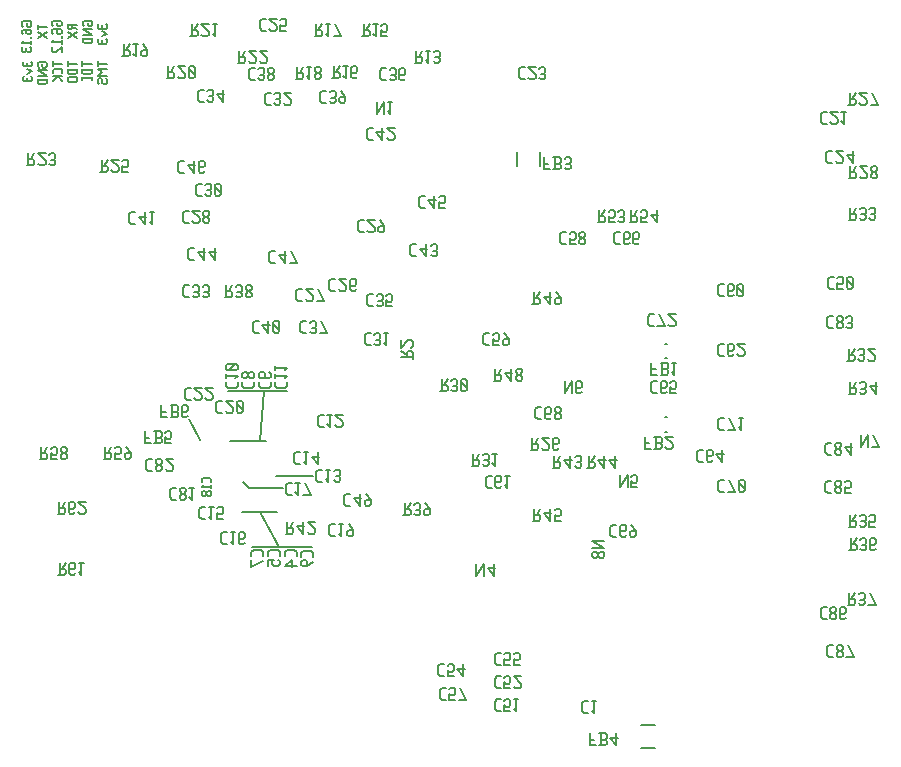
<source format=gbr>
G04 start of page 11 for group -4078 idx -4078 *
G04 Title: (unknown), bottomsilk *
G04 Creator: pcb 1.99z *
G04 CreationDate: Tue 11 Sep 2012 02:04:04 GMT UTC *
G04 For: ralph *
G04 Format: Gerber/RS-274X *
G04 PCB-Dimensions (mm): 80.00 62.50 *
G04 PCB-Coordinate-Origin: lower left *
%MOMM*%
%FSLAX43Y43*%
%LNBOTTOMSILK*%
%ADD227C,0.200*%
%ADD226C,0.203*%
%ADD225C,0.127*%
%ADD224C,0.150*%
G54D224*X21350Y17550D02*X26450D01*
X20500Y20500D02*X23500D01*
X23650Y17550D02*X22050Y20500D01*
X19350Y30750D02*X24350D01*
X22350D02*X22000Y26500D01*
X19500D02*X22500D01*
X16000Y28400D02*X16950Y26550D01*
X24000Y22500D02*X21100D01*
X20600Y23000D01*
X26550Y23500D02*X23350D01*
G54D225*X5731Y58259D02*Y58650D01*
Y58454D02*X6513D01*
X5731Y57926D02*X6513D01*
X5731Y57672D02*X5868Y57535D01*
X6376D01*
X6513Y57672D02*X6376Y57535D01*
X6513Y57672D02*Y58024D01*
X5731Y57672D02*Y58024D01*
X5828Y57300D02*X6415D01*
X5828D02*X5731Y57203D01*
Y57007D02*Y57203D01*
Y57007D02*X5828Y56909D01*
X6415D01*
X6513Y57007D02*X6415Y56909D01*
X6513Y57007D02*Y57203D01*
X6415Y57300D02*X6513Y57203D01*
X6996Y58259D02*Y58650D01*
Y58454D02*X7778D01*
X6996Y57926D02*X7778D01*
X6996Y57672D02*X7132Y57535D01*
X7641D01*
X7778Y57672D02*X7641Y57535D01*
X7778Y57672D02*Y58024D01*
X6996Y57672D02*Y58024D01*
Y57105D02*Y57300D01*
Y57203D02*X7778D01*
Y57105D02*Y57300D01*
X8296Y58259D02*Y58650D01*
Y58454D02*X9078D01*
X8296Y58024D02*X9078D01*
X8296D02*X8687Y57731D01*
X8296Y57437D01*
X9078D01*
X8296Y56812D02*X8393Y56714D01*
X8296Y56812D02*Y57105D01*
X8393Y57203D02*X8296Y57105D01*
X8393Y57203D02*X8589D01*
X8687Y57105D01*
Y56812D02*Y57105D01*
Y56812D02*X8785Y56714D01*
X8980D01*
X9078Y56812D02*X8980Y56714D01*
X9078Y56812D02*Y57105D01*
X8980Y57203D02*X9078Y57105D01*
X8393Y61800D02*X8296Y61702D01*
Y61507D02*Y61702D01*
Y61507D02*X8393Y61409D01*
X9078Y61507D02*X8980Y61409D01*
X9078Y61507D02*Y61702D01*
X8980Y61800D02*X9078Y61702D01*
X8648Y61507D02*Y61702D01*
X8393Y61409D02*X8550D01*
X8745D02*X8980D01*
X8745D02*X8648Y61507D01*
X8550Y61409D02*X8648Y61507D01*
X8687Y61174D02*X9078Y60979D01*
X8687Y60783D02*X9078Y60979D01*
X8393Y60548D02*X8296Y60450D01*
Y60255D02*Y60450D01*
Y60255D02*X8393Y60157D01*
X9078Y60255D02*X8980Y60157D01*
X9078Y60255D02*Y60450D01*
X8980Y60548D02*X9078Y60450D01*
X8648Y60255D02*Y60450D01*
X8393Y60157D02*X8550D01*
X8745D02*X8980D01*
X8745D02*X8648Y60255D01*
X8550Y60157D02*X8648Y60255D01*
X2040Y58600D02*X1943Y58503D01*
Y58310D02*Y58503D01*
Y58310D02*X2040Y58214D01*
X2715Y58310D02*X2619Y58214D01*
X2715Y58310D02*Y58503D01*
X2619Y58600D02*X2715Y58503D01*
X2291Y58310D02*Y58503D01*
X2040Y58214D02*X2194D01*
X2387D02*X2619D01*
X2387D02*X2291Y58310D01*
X2194Y58214D02*X2291Y58310D01*
X2329Y57982D02*X2715Y57789D01*
X2329Y57596D02*X2715Y57789D01*
X2040Y57365D02*X1943Y57268D01*
Y57075D02*Y57268D01*
Y57075D02*X2040Y56978D01*
X2715Y57075D02*X2619Y56978D01*
X2715Y57075D02*Y57268D01*
X2619Y57365D02*X2715Y57268D01*
X2291Y57075D02*Y57268D01*
X2040Y56978D02*X2194D01*
X2387D02*X2619D01*
X2387D02*X2291Y57075D01*
X2194Y56978D02*X2291Y57075D01*
X3190Y58219D02*X3286Y58124D01*
X3190Y58219D02*Y58505D01*
X3286Y58600D02*X3190Y58505D01*
X3286Y58600D02*X3857D01*
X3952Y58505D01*
Y58219D02*Y58505D01*
Y58219D02*X3857Y58124D01*
X3667D02*X3857D01*
X3572Y58219D02*X3667Y58124D01*
X3572Y58219D02*Y58410D01*
X3190Y57895D02*X3952D01*
X3190D02*X3952Y57419D01*
X3190D02*X3952D01*
X3190Y57095D02*X3952D01*
X3190Y56847D02*X3324Y56714D01*
X3819D01*
X3952Y56847D02*X3819Y56714D01*
X3952Y56847D02*Y57190D01*
X3190Y56847D02*Y57190D01*
X4496Y58259D02*Y58650D01*
Y58454D02*X5278D01*
Y57633D02*Y57887D01*
X5141Y58024D02*X5278Y57887D01*
X4632Y58024D02*X5141D01*
X4632D02*X4496Y57887D01*
Y57633D02*Y57887D01*
Y57398D02*X5278D01*
X4887D02*X4496Y57007D01*
X4887Y57398D02*X5278Y57007D01*
X7046Y61709D02*X7143Y61611D01*
X7046Y61709D02*Y62002D01*
X7143Y62100D02*X7046Y62002D01*
X7143Y62100D02*X7730D01*
X7828Y62002D01*
Y61709D02*Y62002D01*
Y61709D02*X7730Y61611D01*
X7535D02*X7730D01*
X7437Y61709D02*X7535Y61611D01*
X7437Y61709D02*Y61904D01*
X7046Y61376D02*X7828D01*
X7046D02*X7828Y60887D01*
X7046D02*X7828D01*
X7046Y60555D02*X7828D01*
X7046Y60301D02*X7182Y60164D01*
X7691D01*
X7828Y60301D02*X7691Y60164D01*
X7828Y60301D02*Y60653D01*
X7046Y60301D02*Y60653D01*
X5746Y61459D02*Y61850D01*
Y61459D02*X5843Y61361D01*
X6039D01*
X6137Y61459D02*X6039Y61361D01*
X6137Y61459D02*Y61752D01*
X5746D02*X6528D01*
X6137Y61596D02*X6528Y61361D01*
Y61126D02*X5746Y60637D01*
Y61126D02*X6528Y60637D01*
X4446Y61709D02*X4543Y61611D01*
X4446Y61709D02*Y62002D01*
X4543Y62100D02*X4446Y62002D01*
X4543Y62100D02*X5130D01*
X5228Y62002D01*
Y61709D02*Y62002D01*
Y61709D02*X5130Y61611D01*
X4935D02*X5130D01*
X4837Y61709D02*X4935Y61611D01*
X4837Y61709D02*Y61904D01*
X4446Y61083D02*X4543Y60985D01*
X4446Y61083D02*Y61279D01*
X4543Y61376D02*X4446Y61279D01*
X4543Y61376D02*X5130D01*
X5228Y61279D01*
X4798Y61083D02*X4895Y60985D01*
X4798Y61083D02*Y61376D01*
X5228Y61083D02*Y61279D01*
Y61083D02*X5130Y60985D01*
X4895D02*X5130D01*
X5228Y60653D02*Y60750D01*
X4602Y60418D02*X4446Y60262D01*
X5228D01*
Y60125D02*Y60418D01*
X4543Y59890D02*X4446Y59792D01*
Y59499D02*Y59792D01*
Y59499D02*X4543Y59401D01*
X4739D01*
X5228Y59890D02*X4739Y59401D01*
X5228D02*Y59890D01*
X3196Y61359D02*Y61750D01*
Y61554D02*X3978D01*
Y61124D02*X3196Y60635D01*
Y61124D02*X3978Y60635D01*
X1896Y61659D02*X1993Y61561D01*
X1896Y61659D02*Y61952D01*
X1993Y62050D02*X1896Y61952D01*
X1993Y62050D02*X2580D01*
X2678Y61952D01*
Y61659D02*Y61952D01*
Y61659D02*X2580Y61561D01*
X2385D02*X2580D01*
X2287Y61659D02*X2385Y61561D01*
X2287Y61659D02*Y61854D01*
X1896Y61033D02*X1993Y60935D01*
X1896Y61033D02*Y61229D01*
X1993Y61326D02*X1896Y61229D01*
X1993Y61326D02*X2580D01*
X2678Y61229D01*
X2248Y61033D02*X2345Y60935D01*
X2248Y61033D02*Y61326D01*
X2678Y61033D02*Y61229D01*
Y61033D02*X2580Y60935D01*
X2345D02*X2580D01*
X2678Y60603D02*Y60700D01*
X2052Y60368D02*X1896Y60212D01*
X2678D01*
Y60075D02*Y60368D01*
X1993Y59840D02*X1896Y59742D01*
Y59547D02*Y59742D01*
Y59547D02*X1993Y59449D01*
X2678Y59547D02*X2580Y59449D01*
X2678Y59547D02*Y59742D01*
X2580Y59840D02*X2678Y59742D01*
X2248Y59547D02*Y59742D01*
X1993Y59449D02*X2150D01*
X2345D02*X2580D01*
X2345D02*X2248Y59547D01*
X2150Y59449D02*X2248Y59547D01*
G54D226*X43800Y50950D02*Y49750D01*
X45700Y50950D02*Y49750D01*
G54D227*X56500Y28500D02*X56300D01*
X56500Y27300D02*X56300D01*
X56500Y34750D02*X56300D01*
X56500Y33550D02*X56300D01*
G54D226*X54300Y550D02*X55500D01*
X54300Y2450D02*X55500D01*
G54D225*X45096Y38078D02*X45604D01*
X45731Y38205D01*
Y38459D01*
X45604Y38586D02*X45731Y38459D01*
X45223Y38586D02*X45604D01*
X45223Y38078D02*Y39094D01*
X45426Y38586D02*X45731Y39094D01*
X46036Y38713D02*X46544Y38078D01*
X46036Y38713D02*X46671D01*
X46544Y38078D02*Y39094D01*
X47103D02*X47484Y38586D01*
Y38205D02*Y38586D01*
X47357Y38078D02*X47484Y38205D01*
X47103Y38078D02*X47357D01*
X46976Y38205D02*X47103Y38078D01*
X46976Y38205D02*Y38459D01*
X47103Y38586D01*
X47484D01*
X34932Y43154D02*X35262D01*
X34754Y42976D02*X34932Y43154D01*
X34754Y42316D02*Y42976D01*
Y42316D02*X34932Y42138D01*
X35262D01*
X35567Y42773D02*X36075Y42138D01*
X35567Y42773D02*X36202D01*
X36075Y42138D02*Y43154D01*
X36507Y42265D02*X36634Y42138D01*
X36888D01*
X37015Y42265D01*
X36888Y43154D02*X37015Y43027D01*
X36634Y43154D02*X36888D01*
X36507Y43027D02*X36634Y43154D01*
Y42595D02*X36888D01*
X37015Y42265D02*Y42468D01*
Y42722D02*Y43027D01*
Y42722D02*X36888Y42595D01*
X37015Y42468D02*X36888Y42595D01*
X41830Y31616D02*X42338D01*
X42465Y31743D01*
Y31997D01*
X42338Y32124D02*X42465Y31997D01*
X41957Y32124D02*X42338D01*
X41957Y31616D02*Y32632D01*
X42160Y32124D02*X42465Y32632D01*
X42770Y32251D02*X43278Y31616D01*
X42770Y32251D02*X43405D01*
X43278Y31616D02*Y32632D01*
X43710Y32505D02*X43837Y32632D01*
X43710Y32302D02*Y32505D01*
Y32302D02*X43887Y32124D01*
X44040D01*
X44218Y32302D01*
Y32505D01*
X44091Y32632D02*X44218Y32505D01*
X43837Y32632D02*X44091D01*
X43710Y31946D02*X43887Y32124D01*
X43710Y31743D02*Y31946D01*
Y31743D02*X43837Y31616D01*
X44091D01*
X44218Y31743D01*
Y31946D01*
X44040Y32124D02*X44218Y31946D01*
X41128Y35620D02*X41458D01*
X40950Y35442D02*X41128Y35620D01*
X40950Y34782D02*Y35442D01*
Y34782D02*X41128Y34604D01*
X41458D01*
X41763D02*X42271D01*
X41763D02*Y35112D01*
X41890Y34985D01*
X42144D01*
X42271Y35112D01*
Y35493D01*
X42144Y35620D02*X42271Y35493D01*
X41890Y35620D02*X42144D01*
X41763Y35493D02*X41890Y35620D01*
X42703D02*X43084Y35112D01*
Y34731D02*Y35112D01*
X42957Y34604D02*X43084Y34731D01*
X42703Y34604D02*X42957D01*
X42576Y34731D02*X42703Y34604D01*
X42576Y34731D02*Y34985D01*
X42703Y35112D01*
X43084D01*
X37284Y30728D02*X37792D01*
X37919Y30855D01*
Y31109D01*
X37792Y31236D02*X37919Y31109D01*
X37411Y31236D02*X37792D01*
X37411Y30728D02*Y31744D01*
X37614Y31236D02*X37919Y31744D01*
X38224Y30855D02*X38351Y30728D01*
X38605D01*
X38732Y30855D01*
X38605Y31744D02*X38732Y31617D01*
X38351Y31744D02*X38605D01*
X38224Y31617D02*X38351Y31744D01*
Y31185D02*X38605D01*
X38732Y30855D02*Y31058D01*
Y31312D02*Y31617D01*
Y31312D02*X38605Y31185D01*
X38732Y31058D02*X38605Y31185D01*
X39036Y31617D02*X39163Y31744D01*
X39036Y30855D02*Y31617D01*
Y30855D02*X39163Y30728D01*
X39417D01*
X39544Y30855D01*
Y31617D01*
X39417Y31744D02*X39544Y31617D01*
X39163Y31744D02*X39417D01*
X39036Y31490D02*X39544Y30982D01*
X47628Y44170D02*X47958D01*
X47450Y43992D02*X47628Y44170D01*
X47450Y43332D02*Y43992D01*
Y43332D02*X47628Y43154D01*
X47958D01*
X48263D02*X48771D01*
X48263D02*Y43662D01*
X48390Y43535D01*
X48644D01*
X48771Y43662D01*
Y44043D01*
X48644Y44170D02*X48771Y44043D01*
X48390Y44170D02*X48644D01*
X48263Y44043D02*X48390Y44170D01*
X49076Y44043D02*X49203Y44170D01*
X49076Y43840D02*Y44043D01*
Y43840D02*X49253Y43662D01*
X49406D01*
X49584Y43840D01*
Y44043D01*
X49457Y44170D02*X49584Y44043D01*
X49203Y44170D02*X49457D01*
X49076Y43484D02*X49253Y43662D01*
X49076Y43281D02*Y43484D01*
Y43281D02*X49203Y43154D01*
X49457D01*
X49584Y43281D01*
Y43484D01*
X49406Y43662D02*X49584Y43484D01*
X31078Y35640D02*X31408D01*
X30900Y35462D02*X31078Y35640D01*
X30900Y34802D02*Y35462D01*
Y34802D02*X31078Y34624D01*
X31408D01*
X31713Y34751D02*X31840Y34624D01*
X32094D01*
X32221Y34751D01*
X32094Y35640D02*X32221Y35513D01*
X31840Y35640D02*X32094D01*
X31713Y35513D02*X31840Y35640D01*
Y35081D02*X32094D01*
X32221Y34751D02*Y34954D01*
Y35208D02*Y35513D01*
Y35208D02*X32094Y35081D01*
X32221Y34954D02*X32094Y35081D01*
X32526Y34827D02*X32729Y34624D01*
Y35640D01*
X32526D02*X32907D01*
X25266Y39386D02*X25596D01*
X25088Y39208D02*X25266Y39386D01*
X25088Y38548D02*Y39208D01*
Y38548D02*X25266Y38370D01*
X25596D01*
X25901Y38497D02*X26028Y38370D01*
X26409D01*
X26536Y38497D01*
Y38751D01*
X25901Y39386D02*X26536Y38751D01*
X25901Y39386D02*X26536D01*
X26968D02*X27476Y38370D01*
X26841D02*X27476D01*
X25632Y36648D02*X25962D01*
X25454Y36470D02*X25632Y36648D01*
X25454Y35810D02*Y36470D01*
Y35810D02*X25632Y35632D01*
X25962D01*
X26267Y35759D02*X26394Y35632D01*
X26648D01*
X26775Y35759D01*
X26648Y36648D02*X26775Y36521D01*
X26394Y36648D02*X26648D01*
X26267Y36521D02*X26394Y36648D01*
Y36089D02*X26648D01*
X26775Y35759D02*Y35962D01*
Y36216D02*Y36521D01*
Y36216D02*X26648Y36089D01*
X26775Y35962D02*X26648Y36089D01*
X27207Y36648D02*X27715Y35632D01*
X27080D02*X27715D01*
X28078Y40220D02*X28408D01*
X27900Y40042D02*X28078Y40220D01*
X27900Y39382D02*Y40042D01*
Y39382D02*X28078Y39204D01*
X28408D01*
X28713Y39331D02*X28840Y39204D01*
X29221D01*
X29348Y39331D01*
Y39585D01*
X28713Y40220D02*X29348Y39585D01*
X28713Y40220D02*X29348D01*
X30034Y39204D02*X30161Y39331D01*
X29780Y39204D02*X30034D01*
X29653Y39331D02*X29780Y39204D01*
X29653Y39331D02*Y40093D01*
X29780Y40220D01*
X30034Y39661D02*X30161Y39788D01*
X29653Y39661D02*X30034D01*
X29780Y40220D02*X30034D01*
X30161Y40093D01*
Y39788D02*Y40093D01*
X34946Y33450D02*Y33958D01*
X34819Y34085D01*
X34565D02*X34819D01*
X34438Y33958D02*X34565Y34085D01*
X34438Y33577D02*Y33958D01*
X33930Y33577D02*X34946D01*
X34438Y33780D02*X33930Y34085D01*
X34819Y34390D02*X34946Y34517D01*
Y34898D01*
X34819Y35025D01*
X34565D02*X34819D01*
X33930Y34390D02*X34565Y35025D01*
X33930Y34390D02*Y35025D01*
X31286Y38938D02*X31616D01*
X31108Y38760D02*X31286Y38938D01*
X31108Y38100D02*Y38760D01*
Y38100D02*X31286Y37922D01*
X31616D01*
X31921Y38049D02*X32048Y37922D01*
X32302D01*
X32429Y38049D01*
X32302Y38938D02*X32429Y38811D01*
X32048Y38938D02*X32302D01*
X31921Y38811D02*X32048Y38938D01*
Y38379D02*X32302D01*
X32429Y38049D02*Y38252D01*
Y38506D02*Y38811D01*
Y38506D02*X32302Y38379D01*
X32429Y38252D02*X32302Y38379D01*
X32734Y37922D02*X33242D01*
X32734D02*Y38430D01*
X32861Y38303D01*
X33115D01*
X33242Y38430D01*
Y38811D01*
X33115Y38938D02*X33242Y38811D01*
X32861Y38938D02*X33115D01*
X32734Y38811D02*X32861Y38938D01*
X30482Y45198D02*X30812D01*
X30304Y45020D02*X30482Y45198D01*
X30304Y44360D02*Y45020D01*
Y44360D02*X30482Y44182D01*
X30812D01*
X31117Y44309D02*X31244Y44182D01*
X31625D01*
X31752Y44309D01*
Y44563D01*
X31117Y45198D02*X31752Y44563D01*
X31117Y45198D02*X31752D01*
X32183D02*X32564Y44690D01*
Y44309D02*Y44690D01*
X32437Y44182D02*X32564Y44309D01*
X32183Y44182D02*X32437D01*
X32056Y44309D02*X32183Y44182D01*
X32056Y44309D02*Y44563D01*
X32183Y44690D01*
X32564D01*
X35632Y47254D02*X35962D01*
X35454Y47076D02*X35632Y47254D01*
X35454Y46416D02*Y47076D01*
Y46416D02*X35632Y46238D01*
X35962D01*
X36267Y46873D02*X36775Y46238D01*
X36267Y46873D02*X36902D01*
X36775Y46238D02*Y47254D01*
X37206Y46238D02*X37714D01*
X37206D02*Y46746D01*
X37333Y46619D01*
X37587D01*
X37714Y46746D01*
Y47127D01*
X37587Y47254D02*X37714Y47127D01*
X37333Y47254D02*X37587D01*
X37206Y47127D02*X37333Y47254D01*
X21578Y36666D02*X21908D01*
X21400Y36488D02*X21578Y36666D01*
X21400Y35827D02*Y36488D01*
Y35827D02*X21578Y35650D01*
X21908D01*
X22213Y36285D02*X22721Y35650D01*
X22213Y36285D02*X22848D01*
X22721Y35650D02*Y36666D01*
X23153Y36539D02*X23280Y36666D01*
X23153Y35777D02*Y36539D01*
Y35777D02*X23280Y35650D01*
X23534D01*
X23661Y35777D01*
Y36539D01*
X23534Y36666D02*X23661Y36539D01*
X23280Y36666D02*X23534D01*
X23153Y36412D02*X23661Y35904D01*
X22978Y42620D02*X23308D01*
X22800Y42442D02*X22978Y42620D01*
X22800Y41782D02*Y42442D01*
Y41782D02*X22978Y41604D01*
X23308D01*
X23613Y42239D02*X24121Y41604D01*
X23613Y42239D02*X24248D01*
X24121Y41604D02*Y42620D01*
X24680D02*X25188Y41604D01*
X24553D02*X25188D01*
X44108Y58140D02*X44438D01*
X43930Y57962D02*X44108Y58140D01*
X43930Y57302D02*Y57962D01*
Y57302D02*X44108Y57124D01*
X44438D01*
X44743Y57251D02*X44870Y57124D01*
X45251D01*
X45378Y57251D01*
Y57505D01*
X44743Y58140D02*X45378Y57505D01*
X44743Y58140D02*X45378D01*
X45683Y57251D02*X45810Y57124D01*
X46064D01*
X46191Y57251D01*
X46064Y58140D02*X46191Y58013D01*
X45810Y58140D02*X46064D01*
X45683Y58013D02*X45810Y58140D01*
Y57581D02*X46064D01*
X46191Y57251D02*Y57454D01*
Y57708D02*Y58013D01*
Y57708D02*X46064Y57581D01*
X46191Y57454D02*X46064Y57581D01*
X46056Y49528D02*Y50544D01*
Y49528D02*X46564D01*
X46056Y49986D02*X46438D01*
X46869Y50544D02*X47377D01*
X47504Y50417D01*
Y50112D02*Y50417D01*
X47377Y49986D02*X47504Y50112D01*
X46996Y49986D02*X47377D01*
X46996Y49528D02*Y50544D01*
X46869Y49528D02*X47377D01*
X47504Y49655D01*
Y49858D01*
X47377Y49986D02*X47504Y49858D01*
X47809Y49655D02*X47936Y49528D01*
X48190D01*
X48317Y49655D01*
X48190Y50544D02*X48317Y50417D01*
X47936Y50544D02*X48190D01*
X47809Y50417D02*X47936Y50544D01*
Y49986D02*X48190D01*
X48317Y49655D02*Y49858D01*
Y50112D02*Y50417D01*
Y50112D02*X48190Y49986D01*
X48317Y49858D02*X48190Y49986D01*
X31916Y54202D02*Y55218D01*
Y54202D02*X32551Y55218D01*
Y54202D02*Y55218D01*
X32856Y54405D02*X33059Y54202D01*
Y55218D01*
X32856D02*X33237D01*
X22604Y55986D02*X22934D01*
X22426Y55808D02*X22604Y55986D01*
X22426Y55148D02*Y55808D01*
Y55148D02*X22604Y54970D01*
X22934D01*
X23239Y55097D02*X23366Y54970D01*
X23620D01*
X23747Y55097D01*
X23620Y55986D02*X23747Y55859D01*
X23366Y55986D02*X23620D01*
X23239Y55859D02*X23366Y55986D01*
Y55427D02*X23620D01*
X23747Y55097D02*Y55300D01*
Y55554D02*Y55859D01*
Y55554D02*X23620Y55427D01*
X23747Y55300D02*X23620Y55427D01*
X24052Y55097D02*X24179Y54970D01*
X24560D01*
X24687Y55097D01*
Y55351D01*
X24052Y55986D02*X24687Y55351D01*
X24052Y55986D02*X24687D01*
X21232Y58090D02*X21562D01*
X21054Y57912D02*X21232Y58090D01*
X21054Y57252D02*Y57912D01*
Y57252D02*X21232Y57074D01*
X21562D01*
X21867Y57201D02*X21994Y57074D01*
X22248D01*
X22375Y57201D01*
X22248Y58090D02*X22375Y57963D01*
X21994Y58090D02*X22248D01*
X21867Y57963D02*X21994Y58090D01*
Y57531D02*X22248D01*
X22375Y57201D02*Y57404D01*
Y57658D02*Y57963D01*
Y57658D02*X22248Y57531D01*
X22375Y57404D02*X22248Y57531D01*
X22680Y57963D02*X22807Y58090D01*
X22680Y57760D02*Y57963D01*
Y57760D02*X22857Y57582D01*
X23010D01*
X23188Y57760D01*
Y57963D01*
X23061Y58090D02*X23188Y57963D01*
X22807Y58090D02*X23061D01*
X22680Y57404D02*X22857Y57582D01*
X22680Y57201D02*Y57404D01*
Y57201D02*X22807Y57074D01*
X23061D01*
X23188Y57201D01*
Y57404D01*
X23010Y57582D02*X23188Y57404D01*
X27306Y56144D02*X27636D01*
X27128Y55966D02*X27306Y56144D01*
X27128Y55306D02*Y55966D01*
Y55306D02*X27306Y55128D01*
X27636D01*
X27941Y55255D02*X28068Y55128D01*
X28322D01*
X28449Y55255D01*
X28322Y56144D02*X28449Y56017D01*
X28068Y56144D02*X28322D01*
X27941Y56017D02*X28068Y56144D01*
Y55585D02*X28322D01*
X28449Y55255D02*Y55458D01*
Y55712D02*Y56017D01*
Y55712D02*X28322Y55585D01*
X28449Y55458D02*X28322Y55585D01*
X28881Y56144D02*X29262Y55636D01*
Y55255D02*Y55636D01*
X29135Y55128D02*X29262Y55255D01*
X28881Y55128D02*X29135D01*
X28754Y55255D02*X28881Y55128D01*
X28754Y55255D02*Y55509D01*
X28881Y55636D01*
X29262D01*
X25047Y57185D02*X25555D01*
X25682Y57312D01*
Y57566D01*
X25555Y57693D02*X25682Y57566D01*
X25174Y57693D02*X25555D01*
X25174Y57185D02*Y58201D01*
X25377Y57693D02*X25682Y58201D01*
X25987Y57388D02*X26190Y57185D01*
Y58201D01*
X25987D02*X26368D01*
X26673Y58074D02*X26800Y58201D01*
X26673Y57871D02*Y58074D01*
Y57871D02*X26851Y57693D01*
X27003D01*
X27181Y57871D01*
Y58074D01*
X27054Y58201D02*X27181Y58074D01*
X26800Y58201D02*X27054D01*
X26673Y57516D02*X26851Y57693D01*
X26673Y57312D02*Y57516D01*
Y57312D02*X26800Y57185D01*
X27054D01*
X27181Y57312D01*
Y57516D01*
X27003Y57693D02*X27181Y57516D01*
X28148Y57206D02*X28656D01*
X28783Y57333D01*
Y57587D01*
X28656Y57714D02*X28783Y57587D01*
X28275Y57714D02*X28656D01*
X28275Y57206D02*Y58222D01*
X28478Y57714D02*X28783Y58222D01*
X29088Y57409D02*X29291Y57206D01*
Y58222D01*
X29088D02*X29469D01*
X30155Y57206D02*X30282Y57333D01*
X29901Y57206D02*X30155D01*
X29774Y57333D02*X29901Y57206D01*
X29774Y57333D02*Y58095D01*
X29901Y58222D01*
X30155Y57663D02*X30282Y57790D01*
X29774Y57663D02*X30155D01*
X29901Y58222D02*X30155D01*
X30282Y58095D01*
Y57790D02*Y58095D01*
X32386Y58044D02*X32716D01*
X32208Y57866D02*X32386Y58044D01*
X32208Y57206D02*Y57866D01*
Y57206D02*X32386Y57028D01*
X32716D01*
X33021Y57155D02*X33148Y57028D01*
X33402D01*
X33529Y57155D01*
X33402Y58044D02*X33529Y57917D01*
X33148Y58044D02*X33402D01*
X33021Y57917D02*X33148Y58044D01*
Y57485D02*X33402D01*
X33529Y57155D02*Y57358D01*
Y57612D02*Y57917D01*
Y57612D02*X33402Y57485D01*
X33529Y57358D02*X33402Y57485D01*
X34214Y57028D02*X34341Y57155D01*
X33960Y57028D02*X34214D01*
X33833Y57155D02*X33960Y57028D01*
X33833Y57155D02*Y57917D01*
X33960Y58044D01*
X34214Y57485D02*X34341Y57612D01*
X33833Y57485D02*X34214D01*
X33960Y58044D02*X34214D01*
X34341Y57917D01*
Y57612D02*Y57917D01*
X31224Y53004D02*X31554D01*
X31046Y52826D02*X31224Y53004D01*
X31046Y52166D02*Y52826D01*
Y52166D02*X31224Y51988D01*
X31554D01*
X31859Y52623D02*X32367Y51988D01*
X31859Y52623D02*X32494D01*
X32367Y51988D02*Y53004D01*
X32799Y52115D02*X32926Y51988D01*
X33307D01*
X33434Y52115D01*
Y52369D01*
X32799Y53004D02*X33434Y52369D01*
X32799Y53004D02*X33434D01*
X35128Y58541D02*X35636D01*
X35763Y58668D01*
Y58922D01*
X35636Y59049D02*X35763Y58922D01*
X35255Y59049D02*X35636D01*
X35255Y58541D02*Y59557D01*
X35458Y59049D02*X35763Y59557D01*
X36068Y58745D02*X36271Y58541D01*
Y59557D01*
X36068D02*X36449D01*
X36754Y58668D02*X36881Y58541D01*
X37135D01*
X37262Y58668D01*
X37135Y59557D02*X37262Y59430D01*
X36881Y59557D02*X37135D01*
X36754Y59430D02*X36881Y59557D01*
Y58999D02*X37135D01*
X37262Y58668D02*Y58872D01*
Y59126D02*Y59430D01*
Y59126D02*X37135Y58999D01*
X37262Y58872D02*X37135Y58999D01*
X26649Y60750D02*X27157D01*
X27284Y60877D01*
Y61131D01*
X27157Y61258D02*X27284Y61131D01*
X26776Y61258D02*X27157D01*
X26776Y60750D02*Y61766D01*
X26980Y61258D02*X27284Y61766D01*
X27589Y60954D02*X27792Y60750D01*
Y61766D01*
X27589D02*X27970D01*
X28402D02*X28910Y60750D01*
X28275D02*X28910D01*
X30667Y60777D02*X31175D01*
X31302Y60904D01*
Y61158D01*
X31175Y61285D02*X31302Y61158D01*
X30794Y61285D02*X31175D01*
X30794Y60777D02*Y61793D01*
X30998Y61285D02*X31302Y61793D01*
X31607Y60980D02*X31810Y60777D01*
Y61793D01*
X31607D02*X31988D01*
X32293Y60777D02*X32801D01*
X32293D02*Y61285D01*
X32420Y61158D01*
X32674D01*
X32801Y61285D01*
Y61666D01*
X32674Y61793D02*X32801Y61666D01*
X32420Y61793D02*X32674D01*
X32293Y61666D02*X32420Y61793D01*
X37428Y5620D02*X37758D01*
X37250Y5442D02*X37428Y5620D01*
X37250Y4782D02*Y5442D01*
Y4782D02*X37428Y4604D01*
X37758D01*
X38063D02*X38571D01*
X38063D02*Y5112D01*
X38190Y4985D01*
X38444D01*
X38571Y5112D01*
Y5493D01*
X38444Y5620D02*X38571Y5493D01*
X38190Y5620D02*X38444D01*
X38063Y5493D02*X38190Y5620D01*
X39003D02*X39511Y4604D01*
X38876D02*X39511D01*
X42078Y4620D02*X42408D01*
X41900Y4442D02*X42078Y4620D01*
X41900Y3782D02*Y4442D01*
Y3782D02*X42078Y3604D01*
X42408D01*
X42713D02*X43221D01*
X42713D02*Y4112D01*
X42840Y3985D01*
X43094D01*
X43221Y4112D01*
Y4493D01*
X43094Y4620D02*X43221Y4493D01*
X42840Y4620D02*X43094D01*
X42713Y4493D02*X42840Y4620D01*
X43526Y3807D02*X43729Y3604D01*
Y4620D01*
X43526D02*X43907D01*
X28078Y19470D02*X28408D01*
X27900Y19292D02*X28078Y19470D01*
X27900Y18632D02*Y19292D01*
Y18632D02*X28078Y18454D01*
X28408D01*
X28713Y18657D02*X28916Y18454D01*
Y19470D01*
X28713D02*X29094D01*
X29526D02*X29907Y18962D01*
Y18581D02*Y18962D01*
X29780Y18454D02*X29907Y18581D01*
X29526Y18454D02*X29780D01*
X29399Y18581D02*X29526Y18454D01*
X29399Y18581D02*Y18835D01*
X29526Y18962D01*
X29907D01*
X37278Y7620D02*X37608D01*
X37100Y7442D02*X37278Y7620D01*
X37100Y6782D02*Y7442D01*
Y6782D02*X37278Y6604D01*
X37608D01*
X37913D02*X38421D01*
X37913D02*Y7112D01*
X38040Y6985D01*
X38294D01*
X38421Y7112D01*
Y7493D01*
X38294Y7620D02*X38421Y7493D01*
X38040Y7620D02*X38294D01*
X37913Y7493D02*X38040Y7620D01*
X38726Y7239D02*X39234Y6604D01*
X38726Y7239D02*X39361D01*
X39234Y6604D02*Y7620D01*
X40350Y15102D02*Y16118D01*
Y15102D02*X40985Y16118D01*
Y15102D02*Y16118D01*
X41290Y15737D02*X41798Y15102D01*
X41290Y15737D02*X41925D01*
X41798Y15102D02*Y16118D01*
X42084Y8582D02*X42414D01*
X41906Y8404D02*X42084Y8582D01*
X41906Y7743D02*Y8404D01*
Y7743D02*X42084Y7566D01*
X42414D01*
X42719D02*X43227D01*
X42719D02*Y8074D01*
X42846Y7947D01*
X43100D01*
X43227Y8074D01*
Y8455D01*
X43100Y8582D02*X43227Y8455D01*
X42846Y8582D02*X43100D01*
X42719Y8455D02*X42846Y8582D01*
X43532Y7566D02*X44040D01*
X43532D02*Y8074D01*
X43659Y7947D01*
X43913D01*
X44040Y8074D01*
Y8455D01*
X43913Y8582D02*X44040Y8455D01*
X43659Y8582D02*X43913D01*
X43532Y8455D02*X43659Y8582D01*
X42078Y6570D02*X42408D01*
X41900Y6392D02*X42078Y6570D01*
X41900Y5732D02*Y6392D01*
Y5732D02*X42078Y5554D01*
X42408D01*
X42713D02*X43221D01*
X42713D02*Y6062D01*
X42840Y5935D01*
X43094D01*
X43221Y6062D01*
Y6443D01*
X43094Y6570D02*X43221Y6443D01*
X42840Y6570D02*X43094D01*
X42713Y6443D02*X42840Y6570D01*
X43526Y5681D02*X43653Y5554D01*
X44034D01*
X44161Y5681D01*
Y5935D01*
X43526Y6570D02*X44161Y5935D01*
X43526Y6570D02*X44161D01*
X24200Y18654D02*X24708D01*
X24835Y18781D01*
Y19035D01*
X24708Y19162D02*X24835Y19035D01*
X24327Y19162D02*X24708D01*
X24327Y18654D02*Y19670D01*
X24530Y19162D02*X24835Y19670D01*
X25140Y19289D02*X25648Y18654D01*
X25140Y19289D02*X25775D01*
X25648Y18654D02*Y19670D01*
X26080Y18781D02*X26207Y18654D01*
X26588D01*
X26715Y18781D01*
Y19035D01*
X26080Y19670D02*X26715Y19035D01*
X26080Y19670D02*X26715D01*
X29328Y22020D02*X29658D01*
X29150Y21842D02*X29328Y22020D01*
X29150Y21182D02*Y21842D01*
Y21182D02*X29328Y21004D01*
X29658D01*
X29963Y21639D02*X30471Y21004D01*
X29963Y21639D02*X30598D01*
X30471Y21004D02*Y22020D01*
X31030D02*X31411Y21512D01*
Y21131D02*Y21512D01*
X31284Y21004D02*X31411Y21131D01*
X31030Y21004D02*X31284D01*
X30903Y21131D02*X31030Y21004D01*
X30903Y21131D02*Y21385D01*
X31030Y21512D01*
X31411D01*
X44950Y25754D02*X45458D01*
X45585Y25881D01*
Y26135D01*
X45458Y26262D02*X45585Y26135D01*
X45077Y26262D02*X45458D01*
X45077Y25754D02*Y26770D01*
X45280Y26262D02*X45585Y26770D01*
X45890Y25881D02*X46017Y25754D01*
X46398D01*
X46525Y25881D01*
Y26135D01*
X45890Y26770D02*X46525Y26135D01*
X45890Y26770D02*X46525D01*
X47211Y25754D02*X47338Y25881D01*
X46957Y25754D02*X47211D01*
X46830Y25881D02*X46957Y25754D01*
X46830Y25881D02*Y26643D01*
X46957Y26770D01*
X47211Y26211D02*X47338Y26338D01*
X46830Y26211D02*X47211D01*
X46957Y26770D02*X47211D01*
X47338Y26643D01*
Y26338D02*Y26643D01*
X39950Y24404D02*X40458D01*
X40585Y24531D01*
Y24785D01*
X40458Y24912D02*X40585Y24785D01*
X40077Y24912D02*X40458D01*
X40077Y24404D02*Y25420D01*
X40280Y24912D02*X40585Y25420D01*
X40890Y24531D02*X41017Y24404D01*
X41271D01*
X41398Y24531D01*
X41271Y25420D02*X41398Y25293D01*
X41017Y25420D02*X41271D01*
X40890Y25293D02*X41017Y25420D01*
Y24861D02*X41271D01*
X41398Y24531D02*Y24734D01*
Y24988D02*Y25293D01*
Y24988D02*X41271Y24861D01*
X41398Y24734D02*X41271Y24861D01*
X41703Y24607D02*X41906Y24404D01*
Y25420D01*
X41703D02*X42084D01*
X60978Y28470D02*X61308D01*
X60800Y28292D02*X60978Y28470D01*
X60800Y27632D02*Y28292D01*
Y27632D02*X60978Y27454D01*
X61308D01*
X61740Y28470D02*X62248Y27454D01*
X61613D02*X62248D01*
X62553Y27657D02*X62756Y27454D01*
Y28470D01*
X62553D02*X62934D01*
X59228Y25770D02*X59558D01*
X59050Y25592D02*X59228Y25770D01*
X59050Y24932D02*Y25592D01*
Y24932D02*X59228Y24754D01*
X59558D01*
X60244D02*X60371Y24881D01*
X59990Y24754D02*X60244D01*
X59863Y24881D02*X59990Y24754D01*
X59863Y24881D02*Y25643D01*
X59990Y25770D01*
X60244Y25211D02*X60371Y25338D01*
X59863Y25211D02*X60244D01*
X59990Y25770D02*X60244D01*
X60371Y25643D01*
Y25338D02*Y25643D01*
X60676Y25389D02*X61184Y24754D01*
X60676Y25389D02*X61311D01*
X61184Y24754D02*Y25770D01*
X47816Y30528D02*Y31544D01*
Y30528D02*X48451Y31544D01*
Y30528D02*Y31544D01*
X49137Y30528D02*X49264Y30655D01*
X48883Y30528D02*X49137D01*
X48756Y30655D02*X48883Y30528D01*
X48756Y30655D02*Y31417D01*
X48883Y31544D01*
X49137Y30985D02*X49264Y31112D01*
X48756Y30985D02*X49137D01*
X48883Y31544D02*X49137D01*
X49264Y31417D01*
Y31112D02*Y31417D01*
X50154Y18050D02*X51170D01*
X50154D02*X51170Y17415D01*
X50154D02*X51170D01*
X51043Y17110D02*X51170Y16983D01*
X50840Y17110D02*X51043D01*
X50840D02*X50662Y16932D01*
Y16780D02*Y16932D01*
Y16780D02*X50840Y16602D01*
X51043D01*
X51170Y16729D02*X51043Y16602D01*
X51170Y16729D02*Y16983D01*
X50484Y17110D02*X50662Y16932D01*
X50281Y17110D02*X50484D01*
X50281D02*X50154Y16983D01*
Y16729D02*Y16983D01*
Y16729D02*X50281Y16602D01*
X50484D01*
X50662Y16780D02*X50484Y16602D01*
X60978Y34720D02*X61308D01*
X60800Y34542D02*X60978Y34720D01*
X60800Y33882D02*Y34542D01*
Y33882D02*X60978Y33704D01*
X61308D01*
X61994D02*X62121Y33831D01*
X61740Y33704D02*X61994D01*
X61613Y33831D02*X61740Y33704D01*
X61613Y33831D02*Y34593D01*
X61740Y34720D01*
X61994Y34161D02*X62121Y34288D01*
X61613Y34161D02*X61994D01*
X61740Y34720D02*X61994D01*
X62121Y34593D01*
Y34288D02*Y34593D01*
X62426Y33831D02*X62553Y33704D01*
X62934D01*
X63061Y33831D01*
Y34085D01*
X62426Y34720D02*X63061Y34085D01*
X62426Y34720D02*X63061D01*
X55028Y37220D02*X55358D01*
X54850Y37042D02*X55028Y37220D01*
X54850Y36382D02*Y37042D01*
Y36382D02*X55028Y36204D01*
X55358D01*
X55790Y37220D02*X56298Y36204D01*
X55663D02*X56298D01*
X56603Y36331D02*X56730Y36204D01*
X57111D01*
X57238Y36331D01*
Y36585D01*
X56603Y37220D02*X57238Y36585D01*
X56603Y37220D02*X57238D01*
X60978Y39770D02*X61308D01*
X60800Y39592D02*X60978Y39770D01*
X60800Y38932D02*Y39592D01*
Y38932D02*X60978Y38754D01*
X61308D01*
X61994D02*X62121Y38881D01*
X61740Y38754D02*X61994D01*
X61613Y38881D02*X61740Y38754D01*
X61613Y38881D02*Y39643D01*
X61740Y39770D01*
X61994Y39211D02*X62121Y39338D01*
X61613Y39211D02*X61994D01*
X61740Y39770D02*X61994D01*
X62121Y39643D01*
Y39338D02*Y39643D01*
X62426D02*X62553Y39770D01*
X62426Y38881D02*Y39643D01*
Y38881D02*X62553Y38754D01*
X62807D01*
X62934Y38881D01*
Y39643D01*
X62807Y39770D02*X62934Y39643D01*
X62553Y39770D02*X62807D01*
X62426Y39516D02*X62934Y39008D01*
X46830Y24238D02*X47338D01*
X47465Y24365D01*
Y24619D01*
X47338Y24746D02*X47465Y24619D01*
X46957Y24746D02*X47338D01*
X46957Y24238D02*Y25254D01*
X47160Y24746D02*X47465Y25254D01*
X47770Y24873D02*X48278Y24238D01*
X47770Y24873D02*X48405D01*
X48278Y24238D02*Y25254D01*
X48710Y24365D02*X48837Y24238D01*
X49091D01*
X49218Y24365D01*
X49091Y25254D02*X49218Y25127D01*
X48837Y25254D02*X49091D01*
X48710Y25127D02*X48837Y25254D01*
Y24695D02*X49091D01*
X49218Y24365D02*Y24568D01*
Y24822D02*Y25127D01*
Y24822D02*X49091Y24695D01*
X49218Y24568D02*X49091Y24695D01*
X52513Y22587D02*Y23603D01*
Y22587D02*X53148Y23603D01*
Y22587D02*Y23603D01*
X53453Y22587D02*X53961D01*
X53453D02*Y23095D01*
X53580Y22968D01*
X53834D01*
X53961Y23095D01*
Y23476D01*
X53834Y23603D02*X53961Y23476D01*
X53580Y23603D02*X53834D01*
X53453Y23476D02*X53580Y23603D01*
X49730Y24238D02*X50238D01*
X50365Y24365D01*
Y24619D01*
X50238Y24746D02*X50365Y24619D01*
X49857Y24746D02*X50238D01*
X49857Y24238D02*Y25254D01*
X50060Y24746D02*X50365Y25254D01*
X50670Y24873D02*X51178Y24238D01*
X50670Y24873D02*X51305D01*
X51178Y24238D02*Y25254D01*
X51610Y24873D02*X52118Y24238D01*
X51610Y24873D02*X52245D01*
X52118Y24238D02*Y25254D01*
X54600Y25854D02*Y26870D01*
Y25854D02*X55108D01*
X54600Y26311D02*X54981D01*
X55413Y26870D02*X55921D01*
X56048Y26743D01*
Y26438D02*Y26743D01*
X55921Y26311D02*X56048Y26438D01*
X55540Y26311D02*X55921D01*
X55540Y25854D02*Y26870D01*
X55413Y25854D02*X55921D01*
X56048Y25981D01*
Y26184D01*
X55921Y26311D02*X56048Y26184D01*
X56353Y25981D02*X56480Y25854D01*
X56861D01*
X56988Y25981D01*
Y26235D01*
X56353Y26870D02*X56988Y26235D01*
X56353Y26870D02*X56988D01*
X41328Y23570D02*X41658D01*
X41150Y23392D02*X41328Y23570D01*
X41150Y22732D02*Y23392D01*
Y22732D02*X41328Y22554D01*
X41658D01*
X42344D02*X42471Y22681D01*
X42090Y22554D02*X42344D01*
X41963Y22681D02*X42090Y22554D01*
X41963Y22681D02*Y23443D01*
X42090Y23570D01*
X42344Y23011D02*X42471Y23138D01*
X41963Y23011D02*X42344D01*
X42090Y23570D02*X42344D01*
X42471Y23443D01*
Y23138D02*Y23443D01*
X42776Y22757D02*X42979Y22554D01*
Y23570D01*
X42776D02*X43157D01*
X45528Y29370D02*X45858D01*
X45350Y29192D02*X45528Y29370D01*
X45350Y28532D02*Y29192D01*
Y28532D02*X45528Y28354D01*
X45858D01*
X46544D02*X46671Y28481D01*
X46290Y28354D02*X46544D01*
X46163Y28481D02*X46290Y28354D01*
X46163Y28481D02*Y29243D01*
X46290Y29370D01*
X46544Y28811D02*X46671Y28938D01*
X46163Y28811D02*X46544D01*
X46290Y29370D02*X46544D01*
X46671Y29243D01*
Y28938D02*Y29243D01*
X46976D02*X47103Y29370D01*
X46976Y29040D02*Y29243D01*
Y29040D02*X47153Y28862D01*
X47306D01*
X47484Y29040D01*
Y29243D01*
X47357Y29370D02*X47484Y29243D01*
X47103Y29370D02*X47357D01*
X46976Y28684D02*X47153Y28862D01*
X46976Y28481D02*Y28684D01*
Y28481D02*X47103Y28354D01*
X47357D01*
X47484Y28481D01*
Y28684D01*
X47306Y28862D02*X47484Y28684D01*
X34138Y20220D02*X34646D01*
X34773Y20347D01*
Y20601D01*
X34646Y20728D02*X34773Y20601D01*
X34265Y20728D02*X34646D01*
X34265Y20220D02*Y21236D01*
X34468Y20728D02*X34773Y21236D01*
X35078Y20347D02*X35205Y20220D01*
X35459D01*
X35586Y20347D01*
X35459Y21236D02*X35586Y21109D01*
X35205Y21236D02*X35459D01*
X35078Y21109D02*X35205Y21236D01*
Y20677D02*X35459D01*
X35586Y20347D02*Y20550D01*
Y20804D02*Y21109D01*
Y20804D02*X35459Y20677D01*
X35586Y20550D02*X35459Y20677D01*
X36018Y21236D02*X36399Y20728D01*
Y20347D02*Y20728D01*
X36272Y20220D02*X36399Y20347D01*
X36018Y20220D02*X36272D01*
X35891Y20347D02*X36018Y20220D01*
X35891Y20347D02*Y20601D01*
X36018Y20728D01*
X36399D01*
X45124Y19748D02*X45632D01*
X45759Y19875D01*
Y20129D01*
X45632Y20256D02*X45759Y20129D01*
X45251Y20256D02*X45632D01*
X45251Y19748D02*Y20764D01*
X45454Y20256D02*X45759Y20764D01*
X46064Y20383D02*X46572Y19748D01*
X46064Y20383D02*X46699D01*
X46572Y19748D02*Y20764D01*
X47004Y19748D02*X47512D01*
X47004D02*Y20256D01*
X47131Y20129D01*
X47385D01*
X47512Y20256D01*
Y20637D01*
X47385Y20764D02*X47512Y20637D01*
X47131Y20764D02*X47385D01*
X47004Y20637D02*X47131Y20764D01*
X71876Y45234D02*X72384D01*
X72511Y45361D01*
Y45615D01*
X72384Y45742D02*X72511Y45615D01*
X72003Y45742D02*X72384D01*
X72003Y45234D02*Y46250D01*
X72206Y45742D02*X72511Y46250D01*
X72816Y45361D02*X72943Y45234D01*
X73197D01*
X73324Y45361D01*
X73197Y46250D02*X73324Y46123D01*
X72943Y46250D02*X73197D01*
X72816Y46123D02*X72943Y46250D01*
Y45691D02*X73197D01*
X73324Y45361D02*Y45564D01*
Y45818D02*Y46123D01*
Y45818D02*X73197Y45691D01*
X73324Y45564D02*X73197Y45691D01*
X73629Y45361D02*X73756Y45234D01*
X74010D01*
X74137Y45361D01*
X74010Y46250D02*X74137Y46123D01*
X73756Y46250D02*X74010D01*
X73629Y46123D02*X73756Y46250D01*
Y45691D02*X74010D01*
X74137Y45361D02*Y45564D01*
Y45818D02*Y46123D01*
Y45818D02*X74010Y45691D01*
X74137Y45564D02*X74010Y45691D01*
X71884Y48730D02*X72392D01*
X72519Y48857D01*
Y49111D01*
X72392Y49238D02*X72519Y49111D01*
X72011Y49238D02*X72392D01*
X72011Y48730D02*Y49746D01*
X72214Y49238D02*X72519Y49746D01*
X72824Y48857D02*X72951Y48730D01*
X73332D01*
X73459Y48857D01*
Y49111D01*
X72824Y49746D02*X73459Y49111D01*
X72824Y49746D02*X73459D01*
X73763Y49619D02*X73890Y49746D01*
X73763Y49416D02*Y49619D01*
Y49416D02*X73941Y49238D01*
X74094D01*
X74271Y49416D01*
Y49619D01*
X74144Y49746D02*X74271Y49619D01*
X73890Y49746D02*X74144D01*
X73763Y49060D02*X73941Y49238D01*
X73763Y48857D02*Y49060D01*
Y48857D02*X73890Y48730D01*
X74144D01*
X74271Y48857D01*
Y49060D01*
X74094Y49238D02*X74271Y49060D01*
X71842Y54984D02*X72350D01*
X72477Y55111D01*
Y55365D01*
X72350Y55492D02*X72477Y55365D01*
X71969Y55492D02*X72350D01*
X71969Y54984D02*Y56000D01*
X72172Y55492D02*X72477Y56000D01*
X72782Y55111D02*X72909Y54984D01*
X73290D01*
X73417Y55111D01*
Y55365D01*
X72782Y56000D02*X73417Y55365D01*
X72782Y56000D02*X73417D01*
X73849D02*X74357Y54984D01*
X73722D02*X74357D01*
X55328Y31570D02*X55658D01*
X55150Y31392D02*X55328Y31570D01*
X55150Y30732D02*Y31392D01*
Y30732D02*X55328Y30554D01*
X55658D01*
X56344D02*X56471Y30681D01*
X56090Y30554D02*X56344D01*
X55963Y30681D02*X56090Y30554D01*
X55963Y30681D02*Y31443D01*
X56090Y31570D01*
X56344Y31011D02*X56471Y31138D01*
X55963Y31011D02*X56344D01*
X56090Y31570D02*X56344D01*
X56471Y31443D01*
Y31138D02*Y31443D01*
X56776Y30554D02*X57284D01*
X56776D02*Y31062D01*
X56903Y30935D01*
X57157D01*
X57284Y31062D01*
Y31443D01*
X57157Y31570D02*X57284Y31443D01*
X56903Y31570D02*X57157D01*
X56776Y31443D02*X56903Y31570D01*
X55150Y32105D02*Y33121D01*
Y32105D02*X55658D01*
X55150Y32562D02*X55531D01*
X55963Y33121D02*X56471D01*
X56598Y32994D01*
Y32689D02*Y32994D01*
X56471Y32562D02*X56598Y32689D01*
X56090Y32562D02*X56471D01*
X56090Y32105D02*Y33121D01*
X55963Y32105D02*X56471D01*
X56598Y32232D01*
Y32435D01*
X56471Y32562D02*X56598Y32435D01*
X56903Y32308D02*X57106Y32105D01*
Y33121D01*
X56903D02*X57284D01*
X52177Y44170D02*X52507D01*
X51999Y43992D02*X52177Y44170D01*
X51999Y43332D02*Y43992D01*
Y43332D02*X52177Y43154D01*
X52507D01*
X53193D02*X53320Y43281D01*
X52939Y43154D02*X53193D01*
X52812Y43281D02*X52939Y43154D01*
X52812Y43281D02*Y44043D01*
X52939Y44170D01*
X53193Y43611D02*X53320Y43738D01*
X52812Y43611D02*X53193D01*
X52939Y44170D02*X53193D01*
X53320Y44043D01*
Y43738D02*Y44043D01*
X54006Y43154D02*X54133Y43281D01*
X53752Y43154D02*X54006D01*
X53625Y43281D02*X53752Y43154D01*
X53625Y43281D02*Y44043D01*
X53752Y44170D01*
X54006Y43611D02*X54133Y43738D01*
X53625Y43611D02*X54006D01*
X53752Y44170D02*X54006D01*
X54133Y44043D01*
Y43738D02*Y44043D01*
X53338Y45042D02*X53846D01*
X53973Y45169D01*
Y45423D01*
X53846Y45550D02*X53973Y45423D01*
X53465Y45550D02*X53846D01*
X53465Y45042D02*Y46058D01*
X53668Y45550D02*X53973Y46058D01*
X54278Y45042D02*X54786D01*
X54278D02*Y45550D01*
X54405Y45423D01*
X54659D01*
X54786Y45550D01*
Y45931D01*
X54659Y46058D02*X54786Y45931D01*
X54405Y46058D02*X54659D01*
X54278Y45931D02*X54405Y46058D01*
X55091Y45677D02*X55599Y45042D01*
X55091Y45677D02*X55726D01*
X55599Y45042D02*Y46058D01*
X50604Y45034D02*X51112D01*
X51239Y45161D01*
Y45415D01*
X51112Y45542D02*X51239Y45415D01*
X50731Y45542D02*X51112D01*
X50731Y45034D02*Y46050D01*
X50934Y45542D02*X51239Y46050D01*
X51544Y45034D02*X52052D01*
X51544D02*Y45542D01*
X51671Y45415D01*
X51925D01*
X52052Y45542D01*
Y45923D01*
X51925Y46050D02*X52052Y45923D01*
X51671Y46050D02*X51925D01*
X51544Y45923D02*X51671Y46050D01*
X52357Y45161D02*X52484Y45034D01*
X52738D01*
X52865Y45161D01*
X52738Y46050D02*X52865Y45923D01*
X52484Y46050D02*X52738D01*
X52357Y45923D02*X52484Y46050D01*
Y45491D02*X52738D01*
X52865Y45161D02*Y45364D01*
Y45618D02*Y45923D01*
Y45618D02*X52738Y45491D01*
X52865Y45364D02*X52738Y45491D01*
X70128Y51070D02*X70458D01*
X69950Y50892D02*X70128Y51070D01*
X69950Y50232D02*Y50892D01*
Y50232D02*X70128Y50054D01*
X70458D01*
X70763Y50181D02*X70890Y50054D01*
X71271D01*
X71398Y50181D01*
Y50435D01*
X70763Y51070D02*X71398Y50435D01*
X70763Y51070D02*X71398D01*
X71703Y50689D02*X72211Y50054D01*
X71703Y50689D02*X72338D01*
X72211Y50054D02*Y51070D01*
X70278Y40420D02*X70608D01*
X70100Y40242D02*X70278Y40420D01*
X70100Y39582D02*Y40242D01*
Y39582D02*X70278Y39404D01*
X70608D01*
X70913D02*X71421D01*
X70913D02*Y39912D01*
X71040Y39785D01*
X71294D01*
X71421Y39912D01*
Y40293D01*
X71294Y40420D02*X71421Y40293D01*
X71040Y40420D02*X71294D01*
X70913Y40293D02*X71040Y40420D01*
X71726Y40293D02*X71853Y40420D01*
X71726Y39531D02*Y40293D01*
Y39531D02*X71853Y39404D01*
X72107D01*
X72234Y39531D01*
Y40293D01*
X72107Y40420D02*X72234Y40293D01*
X71853Y40420D02*X72107D01*
X71726Y40166D02*X72234Y39658D01*
X69678Y54370D02*X70008D01*
X69500Y54192D02*X69678Y54370D01*
X69500Y53532D02*Y54192D01*
Y53532D02*X69678Y53354D01*
X70008D01*
X70313Y53481D02*X70440Y53354D01*
X70821D01*
X70948Y53481D01*
Y53735D01*
X70313Y54370D02*X70948Y53735D01*
X70313Y54370D02*X70948D01*
X71253Y53557D02*X71456Y53354D01*
Y54370D01*
X71253D02*X71634D01*
X70228Y37070D02*X70558D01*
X70050Y36892D02*X70228Y37070D01*
X70050Y36232D02*Y36892D01*
Y36232D02*X70228Y36054D01*
X70558D01*
X70863Y36943D02*X70990Y37070D01*
X70863Y36740D02*Y36943D01*
Y36740D02*X71041Y36562D01*
X71193D01*
X71371Y36740D01*
Y36943D01*
X71244Y37070D02*X71371Y36943D01*
X70990Y37070D02*X71244D01*
X70863Y36384D02*X71041Y36562D01*
X70863Y36181D02*Y36384D01*
Y36181D02*X70990Y36054D01*
X71244D01*
X71371Y36181D01*
Y36384D01*
X71193Y36562D02*X71371Y36384D01*
X71676Y36181D02*X71803Y36054D01*
X72057D01*
X72184Y36181D01*
X72057Y37070D02*X72184Y36943D01*
X71803Y37070D02*X72057D01*
X71676Y36943D02*X71803Y37070D01*
Y36511D02*X72057D01*
X72184Y36181D02*Y36384D01*
Y36638D02*Y36943D01*
Y36638D02*X72057Y36511D01*
X72184Y36384D02*X72057Y36511D01*
X71904Y17266D02*X72412D01*
X72539Y17393D01*
Y17647D01*
X72412Y17774D02*X72539Y17647D01*
X72031Y17774D02*X72412D01*
X72031Y17266D02*Y18282D01*
X72234Y17774D02*X72539Y18282D01*
X72844Y17393D02*X72971Y17266D01*
X73225D01*
X73352Y17393D01*
X73225Y18282D02*X73352Y18155D01*
X72971Y18282D02*X73225D01*
X72844Y18155D02*X72971Y18282D01*
Y17723D02*X73225D01*
X73352Y17393D02*Y17596D01*
Y17850D02*Y18155D01*
Y17850D02*X73225Y17723D01*
X73352Y17596D02*X73225Y17723D01*
X74037Y17266D02*X74164Y17393D01*
X73783Y17266D02*X74037D01*
X73656Y17393D02*X73783Y17266D01*
X73656Y17393D02*Y18155D01*
X73783Y18282D01*
X74037Y17723D02*X74164Y17850D01*
X73656Y17723D02*X74037D01*
X73783Y18282D02*X74037D01*
X74164Y18155D01*
Y17850D02*Y18155D01*
X51878Y19420D02*X52208D01*
X51700Y19242D02*X51878Y19420D01*
X51700Y18582D02*Y19242D01*
Y18582D02*X51878Y18404D01*
X52208D01*
X52894D02*X53021Y18531D01*
X52640Y18404D02*X52894D01*
X52513Y18531D02*X52640Y18404D01*
X52513Y18531D02*Y19293D01*
X52640Y19420D01*
X52894Y18861D02*X53021Y18988D01*
X52513Y18861D02*X52894D01*
X52640Y19420D02*X52894D01*
X53021Y19293D01*
Y18988D02*Y19293D01*
X53453Y19420D02*X53834Y18912D01*
Y18531D02*Y18912D01*
X53707Y18404D02*X53834Y18531D01*
X53453Y18404D02*X53707D01*
X53326Y18531D02*X53453Y18404D01*
X53326Y18531D02*Y18785D01*
X53453Y18912D01*
X53834D01*
X60978Y23220D02*X61308D01*
X60800Y23042D02*X60978Y23220D01*
X60800Y22382D02*Y23042D01*
Y22382D02*X60978Y22204D01*
X61308D01*
X61740Y23220D02*X62248Y22204D01*
X61613D02*X62248D01*
X62553Y23093D02*X62680Y23220D01*
X62553Y22331D02*Y23093D01*
Y22331D02*X62680Y22204D01*
X62934D01*
X63061Y22331D01*
Y23093D01*
X62934Y23220D02*X63061Y23093D01*
X62680Y23220D02*X62934D01*
X62553Y22966D02*X63061Y22458D01*
X70228Y9220D02*X70558D01*
X70050Y9042D02*X70228Y9220D01*
X70050Y8382D02*Y9042D01*
Y8382D02*X70228Y8204D01*
X70558D01*
X70863Y9093D02*X70990Y9220D01*
X70863Y8890D02*Y9093D01*
Y8890D02*X71041Y8712D01*
X71193D01*
X71371Y8890D01*
Y9093D01*
X71244Y9220D02*X71371Y9093D01*
X70990Y9220D02*X71244D01*
X70863Y8534D02*X71041Y8712D01*
X70863Y8331D02*Y8534D01*
Y8331D02*X70990Y8204D01*
X71244D01*
X71371Y8331D01*
Y8534D01*
X71193Y8712D02*X71371Y8534D01*
X71803Y9220D02*X72311Y8204D01*
X71676D02*X72311D01*
X69678Y12420D02*X70008D01*
X69500Y12242D02*X69678Y12420D01*
X69500Y11582D02*Y12242D01*
Y11582D02*X69678Y11404D01*
X70008D01*
X70313Y12293D02*X70440Y12420D01*
X70313Y12090D02*Y12293D01*
Y12090D02*X70491Y11912D01*
X70643D01*
X70821Y12090D01*
Y12293D01*
X70694Y12420D02*X70821Y12293D01*
X70440Y12420D02*X70694D01*
X70313Y11734D02*X70491Y11912D01*
X70313Y11531D02*Y11734D01*
Y11531D02*X70440Y11404D01*
X70694D01*
X70821Y11531D01*
Y11734D01*
X70643Y11912D02*X70821Y11734D01*
X71507Y11404D02*X71634Y11531D01*
X71253Y11404D02*X71507D01*
X71126Y11531D02*X71253Y11404D01*
X71126Y11531D02*Y12293D01*
X71253Y12420D01*
X71507Y11861D02*X71634Y11988D01*
X71126Y11861D02*X71507D01*
X71253Y12420D02*X71507D01*
X71634Y12293D01*
Y11988D02*Y12293D01*
X49927Y758D02*Y1774D01*
Y758D02*X50435D01*
X49927Y1215D02*X50308D01*
X50740Y1774D02*X51248D01*
X51375Y1647D01*
Y1342D02*Y1647D01*
X51248Y1215D02*X51375Y1342D01*
X50867Y1215D02*X51248D01*
X50867Y758D02*Y1774D01*
X50740Y758D02*X51248D01*
X51375Y885D01*
Y1088D01*
X51248Y1215D02*X51375Y1088D01*
X51680Y1393D02*X52188Y758D01*
X51680Y1393D02*X52315D01*
X52188Y758D02*Y1774D01*
X49478Y4470D02*X49808D01*
X49300Y4292D02*X49478Y4470D01*
X49300Y3632D02*Y4292D01*
Y3632D02*X49478Y3454D01*
X49808D01*
X50113Y3657D02*X50316Y3454D01*
Y4470D01*
X50113D02*X50494D01*
X71776Y12624D02*X72284D01*
X72411Y12751D01*
Y13005D01*
X72284Y13132D02*X72411Y13005D01*
X71903Y13132D02*X72284D01*
X71903Y12624D02*Y13640D01*
X72106Y13132D02*X72411Y13640D01*
X72716Y12751D02*X72843Y12624D01*
X73097D01*
X73224Y12751D01*
X73097Y13640D02*X73224Y13513D01*
X72843Y13640D02*X73097D01*
X72716Y13513D02*X72843Y13640D01*
Y13081D02*X73097D01*
X73224Y12751D02*Y12954D01*
Y13208D02*Y13513D01*
Y13208D02*X73097Y13081D01*
X73224Y12954D02*X73097Y13081D01*
X73655Y13640D02*X74163Y12624D01*
X73528D02*X74163D01*
X70078Y26370D02*X70408D01*
X69900Y26192D02*X70078Y26370D01*
X69900Y25532D02*Y26192D01*
Y25532D02*X70078Y25354D01*
X70408D01*
X70713Y26243D02*X70840Y26370D01*
X70713Y26040D02*Y26243D01*
Y26040D02*X70891Y25862D01*
X71043D01*
X71221Y26040D01*
Y26243D01*
X71094Y26370D02*X71221Y26243D01*
X70840Y26370D02*X71094D01*
X70713Y25684D02*X70891Y25862D01*
X70713Y25481D02*Y25684D01*
Y25481D02*X70840Y25354D01*
X71094D01*
X71221Y25481D01*
Y25684D01*
X71043Y25862D02*X71221Y25684D01*
X71526Y25989D02*X72034Y25354D01*
X71526Y25989D02*X72161D01*
X72034Y25354D02*Y26370D01*
X70078Y23120D02*X70408D01*
X69900Y22942D02*X70078Y23120D01*
X69900Y22282D02*Y22942D01*
Y22282D02*X70078Y22104D01*
X70408D01*
X70713Y22993D02*X70840Y23120D01*
X70713Y22790D02*Y22993D01*
Y22790D02*X70891Y22612D01*
X71043D01*
X71221Y22790D01*
Y22993D01*
X71094Y23120D02*X71221Y22993D01*
X70840Y23120D02*X71094D01*
X70713Y22434D02*X70891Y22612D01*
X70713Y22231D02*Y22434D01*
Y22231D02*X70840Y22104D01*
X71094D01*
X71221Y22231D01*
Y22434D01*
X71043Y22612D02*X71221Y22434D01*
X71526Y22104D02*X72034D01*
X71526D02*Y22612D01*
X71653Y22485D01*
X71907D01*
X72034Y22612D01*
Y22993D01*
X71907Y23120D02*X72034Y22993D01*
X71653Y23120D02*X71907D01*
X71526Y22993D02*X71653Y23120D01*
X71858Y19244D02*X72366D01*
X72493Y19371D01*
Y19625D01*
X72366Y19752D02*X72493Y19625D01*
X71985Y19752D02*X72366D01*
X71985Y19244D02*Y20260D01*
X72188Y19752D02*X72493Y20260D01*
X72798Y19371D02*X72925Y19244D01*
X73179D01*
X73306Y19371D01*
X73179Y20260D02*X73306Y20133D01*
X72925Y20260D02*X73179D01*
X72798Y20133D02*X72925Y20260D01*
Y19701D02*X73179D01*
X73306Y19371D02*Y19574D01*
Y19828D02*Y20133D01*
Y19828D02*X73179Y19701D01*
X73306Y19574D02*X73179Y19701D01*
X73611Y19244D02*X74119D01*
X73611D02*Y19752D01*
X73738Y19625D01*
X73992D01*
X74119Y19752D01*
Y20133D01*
X73992Y20260D02*X74119Y20133D01*
X73738Y20260D02*X73992D01*
X73611Y20133D02*X73738Y20260D01*
X71880Y30488D02*X72388D01*
X72515Y30615D01*
Y30869D01*
X72388Y30996D02*X72515Y30869D01*
X72007Y30996D02*X72388D01*
X72007Y30488D02*Y31504D01*
X72210Y30996D02*X72515Y31504D01*
X72820Y30615D02*X72947Y30488D01*
X73201D01*
X73328Y30615D01*
X73201Y31504D02*X73328Y31377D01*
X72947Y31504D02*X73201D01*
X72820Y31377D02*X72947Y31504D01*
Y30945D02*X73201D01*
X73328Y30615D02*Y30818D01*
Y31072D02*Y31377D01*
Y31072D02*X73201Y30945D01*
X73328Y30818D02*X73201Y30945D01*
X73633Y31123D02*X74141Y30488D01*
X73633Y31123D02*X74268D01*
X74141Y30488D02*Y31504D01*
X71746Y33288D02*X72254D01*
X72381Y33415D01*
Y33669D01*
X72254Y33796D02*X72381Y33669D01*
X71873Y33796D02*X72254D01*
X71873Y33288D02*Y34304D01*
X72076Y33796D02*X72381Y34304D01*
X72686Y33415D02*X72813Y33288D01*
X73067D01*
X73194Y33415D01*
X73067Y34304D02*X73194Y34177D01*
X72813Y34304D02*X73067D01*
X72686Y34177D02*X72813Y34304D01*
Y33745D02*X73067D01*
X73194Y33415D02*Y33618D01*
Y33872D02*Y34177D01*
Y33872D02*X73067Y33745D01*
X73194Y33618D02*X73067Y33745D01*
X73499Y33415D02*X73626Y33288D01*
X74007D01*
X74134Y33415D01*
Y33669D01*
X73499Y34304D02*X74134Y33669D01*
X73499Y34304D02*X74134D01*
X72900Y26004D02*Y27020D01*
Y26004D02*X73535Y27020D01*
Y26004D02*Y27020D01*
X73967D02*X74475Y26004D01*
X73840D02*X74475D01*
X3400Y24954D02*X3908D01*
X4035Y25081D01*
Y25335D01*
X3908Y25462D02*X4035Y25335D01*
X3527Y25462D02*X3908D01*
X3527Y24954D02*Y25970D01*
X3730Y25462D02*X4035Y25970D01*
X4340Y24954D02*X4848D01*
X4340D02*Y25462D01*
X4467Y25335D01*
X4721D01*
X4848Y25462D01*
Y25843D01*
X4721Y25970D02*X4848Y25843D01*
X4467Y25970D02*X4721D01*
X4340Y25843D02*X4467Y25970D01*
X5153Y25843D02*X5280Y25970D01*
X5153Y25640D02*Y25843D01*
Y25640D02*X5330Y25462D01*
X5483D01*
X5661Y25640D01*
Y25843D01*
X5534Y25970D02*X5661Y25843D01*
X5280Y25970D02*X5534D01*
X5153Y25284D02*X5330Y25462D01*
X5153Y25081D02*Y25284D01*
Y25081D02*X5280Y24954D01*
X5534D01*
X5661Y25081D01*
Y25284D01*
X5483Y25462D02*X5661Y25284D01*
X4958Y15172D02*X5466D01*
X5593Y15299D01*
Y15553D01*
X5466Y15680D02*X5593Y15553D01*
X5085Y15680D02*X5466D01*
X5085Y15172D02*Y16188D01*
X5288Y15680D02*X5593Y16188D01*
X6279Y15172D02*X6406Y15299D01*
X6025Y15172D02*X6279D01*
X5898Y15299D02*X6025Y15172D01*
X5898Y15299D02*Y16061D01*
X6025Y16188D01*
X6279Y15629D02*X6406Y15756D01*
X5898Y15629D02*X6279D01*
X6025Y16188D02*X6279D01*
X6406Y16061D01*
Y15756D02*Y16061D01*
X6710Y15375D02*X6914Y15172D01*
Y16188D01*
X6710D02*X7091D01*
X4904Y20326D02*X5412D01*
X5539Y20453D01*
Y20707D01*
X5412Y20834D02*X5539Y20707D01*
X5031Y20834D02*X5412D01*
X5031Y20326D02*Y21342D01*
X5234Y20834D02*X5539Y21342D01*
X6225Y20326D02*X6352Y20453D01*
X5971Y20326D02*X6225D01*
X5844Y20453D02*X5971Y20326D01*
X5844Y20453D02*Y21215D01*
X5971Y21342D01*
X6225Y20783D02*X6352Y20910D01*
X5844Y20783D02*X6225D01*
X5971Y21342D02*X6225D01*
X6352Y21215D01*
Y20910D02*Y21215D01*
X6657Y20453D02*X6784Y20326D01*
X7165D01*
X7292Y20453D01*
Y20707D01*
X6657Y21342D02*X7292Y20707D01*
X6657Y21342D02*X7292D01*
X14126Y57224D02*X14634D01*
X14761Y57351D01*
Y57605D01*
X14634Y57732D02*X14761Y57605D01*
X14253Y57732D02*X14634D01*
X14253Y57224D02*Y58240D01*
X14456Y57732D02*X14761Y58240D01*
X15066Y57351D02*X15193Y57224D01*
X15574D01*
X15701Y57351D01*
Y57605D01*
X15066Y58240D02*X15701Y57605D01*
X15066Y58240D02*X15701D01*
X16005Y58113D02*X16132Y58240D01*
X16005Y57351D02*Y58113D01*
Y57351D02*X16132Y57224D01*
X16386D01*
X16513Y57351D01*
Y58113D01*
X16386Y58240D02*X16513Y58113D01*
X16132Y58240D02*X16386D01*
X16005Y57986D02*X16513Y57478D01*
X10358Y59072D02*X10866D01*
X10993Y59199D01*
Y59453D01*
X10866Y59580D02*X10993Y59453D01*
X10485Y59580D02*X10866D01*
X10485Y59072D02*Y60088D01*
X10688Y59580D02*X10993Y60088D01*
X11298Y59275D02*X11501Y59072D01*
Y60088D01*
X11298D02*X11679D01*
X12111D02*X12492Y59580D01*
Y59199D02*Y59580D01*
X12365Y59072D02*X12492Y59199D01*
X12111Y59072D02*X12365D01*
X11984Y59199D02*X12111Y59072D01*
X11984Y59199D02*Y59453D01*
X12111Y59580D01*
X12492D01*
X16928Y56240D02*X17258D01*
X16750Y56062D02*X16928Y56240D01*
X16750Y55402D02*Y56062D01*
Y55402D02*X16928Y55224D01*
X17258D01*
X17563Y55351D02*X17690Y55224D01*
X17944D01*
X18071Y55351D01*
X17944Y56240D02*X18071Y56113D01*
X17690Y56240D02*X17944D01*
X17563Y56113D02*X17690Y56240D01*
Y55681D02*X17944D01*
X18071Y55351D02*Y55554D01*
Y55808D02*Y56113D01*
Y55808D02*X17944Y55681D01*
X18071Y55554D02*X17944Y55681D01*
X18376Y55859D02*X18884Y55224D01*
X18376Y55859D02*X19011D01*
X18884Y55224D02*Y56240D01*
X8500Y49304D02*X9008D01*
X9135Y49431D01*
Y49685D01*
X9008Y49812D02*X9135Y49685D01*
X8627Y49812D02*X9008D01*
X8627Y49304D02*Y50320D01*
X8830Y49812D02*X9135Y50320D01*
X9440Y49431D02*X9567Y49304D01*
X9948D01*
X10075Y49431D01*
Y49685D01*
X9440Y50320D02*X10075Y49685D01*
X9440Y50320D02*X10075D01*
X10380Y49304D02*X10888D01*
X10380D02*Y49812D01*
X10507Y49685D01*
X10761D01*
X10888Y49812D01*
Y50193D01*
X10761Y50320D02*X10888Y50193D01*
X10507Y50320D02*X10761D01*
X10380Y50193D02*X10507Y50320D01*
X2300Y49854D02*X2808D01*
X2935Y49981D01*
Y50235D01*
X2808Y50362D02*X2935Y50235D01*
X2427Y50362D02*X2808D01*
X2427Y49854D02*Y50870D01*
X2630Y50362D02*X2935Y50870D01*
X3240Y49981D02*X3367Y49854D01*
X3748D01*
X3875Y49981D01*
Y50235D01*
X3240Y50870D02*X3875Y50235D01*
X3240Y50870D02*X3875D01*
X4180Y49981D02*X4307Y49854D01*
X4561D01*
X4688Y49981D01*
X4561Y50870D02*X4688Y50743D01*
X4307Y50870D02*X4561D01*
X4180Y50743D02*X4307Y50870D01*
Y50311D02*X4561D01*
X4688Y49981D02*Y50184D01*
Y50438D02*Y50743D01*
Y50438D02*X4561Y50311D01*
X4688Y50184D02*X4561Y50311D01*
X20142Y58524D02*X20650D01*
X20777Y58651D01*
Y58905D01*
X20650Y59032D02*X20777Y58905D01*
X20269Y59032D02*X20650D01*
X20269Y58524D02*Y59540D01*
X20472Y59032D02*X20777Y59540D01*
X21082Y58651D02*X21209Y58524D01*
X21590D01*
X21717Y58651D01*
Y58905D01*
X21082Y59540D02*X21717Y58905D01*
X21082Y59540D02*X21717D01*
X22021Y58651D02*X22148Y58524D01*
X22529D01*
X22656Y58651D01*
Y58905D01*
X22021Y59540D02*X22656Y58905D01*
X22021Y59540D02*X22656D01*
X16134Y60774D02*X16642D01*
X16769Y60901D01*
Y61155D01*
X16642Y61282D02*X16769Y61155D01*
X16261Y61282D02*X16642D01*
X16261Y60774D02*Y61790D01*
X16464Y61282D02*X16769Y61790D01*
X17074Y60901D02*X17201Y60774D01*
X17582D01*
X17709Y60901D01*
Y61155D01*
X17074Y61790D02*X17709Y61155D01*
X17074Y61790D02*X17709D01*
X18014Y60977D02*X18217Y60774D01*
Y61790D01*
X18014D02*X18395D01*
X22178Y62270D02*X22508D01*
X22000Y62092D02*X22178Y62270D01*
X22000Y61432D02*Y62092D01*
Y61432D02*X22178Y61254D01*
X22508D01*
X22813Y61381D02*X22940Y61254D01*
X23321D01*
X23448Y61381D01*
Y61635D01*
X22813Y62270D02*X23448Y61635D01*
X22813Y62270D02*X23448D01*
X23753Y61254D02*X24261D01*
X23753D02*Y61762D01*
X23880Y61635D01*
X24134D01*
X24261Y61762D01*
Y62143D01*
X24134Y62270D02*X24261Y62143D01*
X23880Y62270D02*X24134D01*
X23753Y62143D02*X23880Y62270D01*
X25120Y16742D02*Y17072D01*
X24942Y17250D02*X25120Y17072D01*
X24282Y17250D02*X24942D01*
X24282D02*X24104Y17072D01*
Y16742D02*Y17072D01*
X24739Y16437D02*X24104Y15929D01*
X24739Y15802D02*Y16437D01*
X24104Y15929D02*X25120D01*
X23720Y16742D02*Y17072D01*
X23542Y17250D02*X23720Y17072D01*
X22882Y17250D02*X23542D01*
X22882D02*X22704Y17072D01*
Y16742D02*Y17072D01*
Y15929D02*Y16437D01*
X23212D01*
X23085Y16310D01*
Y16056D02*Y16310D01*
Y16056D02*X23212Y15929D01*
X23593D01*
X23720Y16056D02*X23593Y15929D01*
X23720Y16056D02*Y16310D01*
X23593Y16437D02*X23720Y16310D01*
X22320Y16742D02*Y17072D01*
X22142Y17250D02*X22320Y17072D01*
X21482Y17250D02*X22142D01*
X21482D02*X21304Y17072D01*
Y16742D02*Y17072D01*
X22320Y16310D02*X21304Y15802D01*
Y16437D01*
X26520Y16692D02*Y17022D01*
X26342Y17200D02*X26520Y17022D01*
X25682Y17200D02*X26342D01*
X25682D02*X25504Y17022D01*
Y16692D02*Y17022D01*
X26520Y16260D02*X26012Y15879D01*
X25631D02*X26012D01*
X25504Y16006D02*X25631Y15879D01*
X25504Y16006D02*Y16260D01*
X25631Y16387D02*X25504Y16260D01*
X25631Y16387D02*X25885D01*
X26012Y16260D01*
Y15879D02*Y16260D01*
X18928Y18770D02*X19258D01*
X18750Y18592D02*X18928Y18770D01*
X18750Y17932D02*Y18592D01*
Y17932D02*X18928Y17754D01*
X19258D01*
X19563Y17957D02*X19766Y17754D01*
Y18770D01*
X19563D02*X19944D01*
X20630Y17754D02*X20757Y17881D01*
X20376Y17754D02*X20630D01*
X20249Y17881D02*X20376Y17754D01*
X20249Y17881D02*Y18643D01*
X20376Y18770D01*
X20630Y18211D02*X20757Y18338D01*
X20249Y18211D02*X20630D01*
X20376Y18770D02*X20630D01*
X20757Y18643D01*
Y18338D02*Y18643D01*
X12581Y24990D02*X12911D01*
X12403Y24812D02*X12581Y24990D01*
X12403Y24152D02*Y24812D01*
Y24152D02*X12581Y23974D01*
X12911D01*
X13216Y24863D02*X13343Y24990D01*
X13216Y24660D02*Y24863D01*
Y24660D02*X13393Y24482D01*
X13546D01*
X13724Y24660D01*
Y24863D01*
X13597Y24990D02*X13724Y24863D01*
X13343Y24990D02*X13597D01*
X13216Y24304D02*X13393Y24482D01*
X13216Y24101D02*Y24304D01*
Y24101D02*X13343Y23974D01*
X13597D01*
X13724Y24101D01*
Y24304D01*
X13546Y24482D02*X13724Y24304D01*
X14028Y24101D02*X14155Y23974D01*
X14536D01*
X14663Y24101D01*
Y24355D01*
X14028Y24990D02*X14663Y24355D01*
X14028Y24990D02*X14663D01*
X17878Y23009D02*Y23263D01*
X17741Y23400D02*X17878Y23263D01*
X17232Y23400D02*X17741D01*
X17232D02*X17096Y23263D01*
Y23009D02*Y23263D01*
X17252Y22774D02*X17096Y22618D01*
X17878D01*
Y22481D02*Y22774D01*
X17780Y22246D02*X17878Y22148D01*
X17624Y22246D02*X17780D01*
X17624D02*X17487Y22109D01*
Y21992D02*Y22109D01*
Y21992D02*X17624Y21855D01*
X17780D01*
X17878Y21953D02*X17780Y21855D01*
X17878Y21953D02*Y22148D01*
X17350Y22246D02*X17487Y22109D01*
X17193Y22246D02*X17350D01*
X17193D02*X17096Y22148D01*
Y21953D02*Y22148D01*
Y21953D02*X17193Y21855D01*
X17350D01*
X17487Y21992D02*X17350Y21855D01*
X17078Y20920D02*X17408D01*
X16900Y20742D02*X17078Y20920D01*
X16900Y20082D02*Y20742D01*
Y20082D02*X17078Y19904D01*
X17408D01*
X17713Y20107D02*X17916Y19904D01*
Y20920D01*
X17713D02*X18094D01*
X18399Y19904D02*X18907D01*
X18399D02*Y20412D01*
X18526Y20285D01*
X18780D01*
X18907Y20412D01*
Y20793D01*
X18780Y20920D02*X18907Y20793D01*
X18526Y20920D02*X18780D01*
X18399Y20793D02*X18526Y20920D01*
X14598Y22564D02*X14929D01*
X14421Y22387D02*X14598Y22564D01*
X14421Y21726D02*Y22387D01*
Y21726D02*X14598Y21548D01*
X14929D01*
X15234Y22437D02*X15361Y22564D01*
X15234Y22234D02*Y22437D01*
Y22234D02*X15411Y22056D01*
X15564D01*
X15742Y22234D01*
Y22437D01*
X15615Y22564D02*X15742Y22437D01*
X15361Y22564D02*X15615D01*
X15234Y21879D02*X15411Y22056D01*
X15234Y21675D02*Y21879D01*
Y21675D02*X15361Y21548D01*
X15615D01*
X15742Y21675D01*
Y21879D01*
X15564Y22056D02*X15742Y21879D01*
X16046Y21752D02*X16250Y21548D01*
Y22564D01*
X16046D02*X16427D01*
X25078Y25570D02*X25408D01*
X24900Y25392D02*X25078Y25570D01*
X24900Y24732D02*Y25392D01*
Y24732D02*X25078Y24554D01*
X25408D01*
X25713Y24757D02*X25916Y24554D01*
Y25570D01*
X25713D02*X26094D01*
X26399Y25189D02*X26907Y24554D01*
X26399Y25189D02*X27034D01*
X26907Y24554D02*Y25570D01*
X26978Y24070D02*X27308D01*
X26800Y23892D02*X26978Y24070D01*
X26800Y23232D02*Y23892D01*
Y23232D02*X26978Y23054D01*
X27308D01*
X27613Y23257D02*X27816Y23054D01*
Y24070D01*
X27613D02*X27994D01*
X28299Y23181D02*X28426Y23054D01*
X28680D01*
X28807Y23181D01*
X28680Y24070D02*X28807Y23943D01*
X28426Y24070D02*X28680D01*
X28299Y23943D02*X28426Y24070D01*
Y23511D02*X28680D01*
X28807Y23181D02*Y23384D01*
Y23638D02*Y23943D01*
Y23638D02*X28680Y23511D01*
X28807Y23384D02*X28680Y23511D01*
X24378Y22970D02*X24708D01*
X24200Y22792D02*X24378Y22970D01*
X24200Y22132D02*Y22792D01*
Y22132D02*X24378Y21954D01*
X24708D01*
X25013Y22157D02*X25216Y21954D01*
Y22970D01*
X25013D02*X25394D01*
X25826D02*X26334Y21954D01*
X25699D02*X26334D01*
X27077Y28720D02*X27408D01*
X26900Y28542D02*X27077Y28720D01*
X26900Y27882D02*Y28542D01*
Y27882D02*X27077Y27704D01*
X27408D01*
X27712Y27907D02*X27916Y27704D01*
Y28720D01*
X27712D02*X28093D01*
X28398Y27831D02*X28525Y27704D01*
X28906D01*
X29033Y27831D01*
Y28085D01*
X28398Y28720D02*X29033Y28085D01*
X28398Y28720D02*X29033D01*
X8803Y25008D02*X9311D01*
X9438Y25135D01*
Y25389D01*
X9311Y25516D02*X9438Y25389D01*
X8930Y25516D02*X9311D01*
X8930Y25008D02*Y26024D01*
X9134Y25516D02*X9438Y26024D01*
X9743Y25008D02*X10251D01*
X9743D02*Y25516D01*
X9870Y25389D01*
X10124D01*
X10251Y25516D01*
Y25897D01*
X10124Y26024D02*X10251Y25897D01*
X9870Y26024D02*X10124D01*
X9743Y25897D02*X9870Y26024D01*
X10683D02*X11064Y25516D01*
Y25135D02*Y25516D01*
X10937Y25008D02*X11064Y25135D01*
X10683Y25008D02*X10937D01*
X10556Y25135D02*X10683Y25008D01*
X10556Y25135D02*Y25389D01*
X10683Y25516D01*
X11064D01*
X20530Y31178D02*Y31508D01*
X20708Y31000D02*X20530Y31178D01*
X20708Y31000D02*X21368D01*
X21546Y31178D01*
Y31508D01*
X20657Y31813D02*X20530Y31940D01*
X20657Y31813D02*X20860D01*
X21038Y31991D01*
Y32143D01*
X20860Y32321D01*
X20657D02*X20860D01*
X20530Y32194D02*X20657Y32321D01*
X20530Y31940D02*Y32194D01*
X21216Y31813D02*X21038Y31991D01*
X21216Y31813D02*X21419D01*
X21546Y31940D01*
Y32194D01*
X21419Y32321D01*
X21216D02*X21419D01*
X21038Y32143D02*X21216Y32321D01*
X21930Y31178D02*Y31508D01*
X22108Y31000D02*X21930Y31178D01*
X22108Y31000D02*X22768D01*
X22946Y31178D01*
Y31508D01*
Y32194D02*X22819Y32321D01*
X22946Y31940D02*Y32194D01*
X22819Y31813D02*X22946Y31940D01*
X22057Y31813D02*X22819D01*
X22057D02*X21930Y31940D01*
X22489Y32194D02*X22362Y32321D01*
X22489Y31813D02*Y32194D01*
X21930Y31940D02*Y32194D01*
X22057Y32321D01*
X22362D01*
X23330Y31178D02*Y31508D01*
X23508Y31000D02*X23330Y31178D01*
X23508Y31000D02*X24168D01*
X24346Y31178D01*
Y31508D01*
X24143Y31813D02*X24346Y32016D01*
X23330D02*X24346D01*
X23330Y31813D02*Y32194D01*
X24143Y32499D02*X24346Y32702D01*
X23330D02*X24346D01*
X23330Y32499D02*Y32880D01*
X19130Y31178D02*Y31508D01*
X19308Y31000D02*X19130Y31178D01*
X19308Y31000D02*X19968D01*
X20146Y31178D01*
Y31508D01*
X19943Y31813D02*X20146Y32016D01*
X19130D02*X20146D01*
X19130Y31813D02*Y32194D01*
X19257Y32499D02*X19130Y32626D01*
X19257Y32499D02*X20019D01*
X20146Y32626D01*
Y32880D01*
X20019Y33007D01*
X19257D02*X20019D01*
X19130Y32880D02*X19257Y33007D01*
X19130Y32626D02*Y32880D01*
X19384Y32499D02*X19892Y33007D01*
X15828Y31004D02*X16158D01*
X15650Y30826D02*X15828Y31004D01*
X15650Y30166D02*Y30826D01*
Y30166D02*X15828Y29988D01*
X16158D01*
X16463Y30115D02*X16590Y29988D01*
X16971D01*
X17098Y30115D01*
Y30369D01*
X16463Y31004D02*X17098Y30369D01*
X16463Y31004D02*X17098D01*
X17403Y30115D02*X17530Y29988D01*
X17911D01*
X18038Y30115D01*
Y30369D01*
X17403Y31004D02*X18038Y30369D01*
X17403Y31004D02*X18038D01*
X18478Y29920D02*X18808D01*
X18300Y29742D02*X18478Y29920D01*
X18300Y29082D02*Y29742D01*
Y29082D02*X18478Y28904D01*
X18808D01*
X19113Y29031D02*X19240Y28904D01*
X19621D01*
X19748Y29031D01*
Y29285D01*
X19113Y29920D02*X19748Y29285D01*
X19113Y29920D02*X19748D01*
X20053Y29793D02*X20180Y29920D01*
X20053Y29031D02*Y29793D01*
Y29031D02*X20180Y28904D01*
X20434D01*
X20561Y29031D01*
Y29793D01*
X20434Y29920D02*X20561Y29793D01*
X20180Y29920D02*X20434D01*
X20053Y29666D02*X20561Y29158D01*
X13650Y28504D02*Y29520D01*
Y28504D02*X14158D01*
X13650Y28961D02*X14031D01*
X14463Y29520D02*X14971D01*
X15098Y29393D01*
Y29088D02*Y29393D01*
X14971Y28961D02*X15098Y29088D01*
X14590Y28961D02*X14971D01*
X14590Y28504D02*Y29520D01*
X14463Y28504D02*X14971D01*
X15098Y28631D01*
Y28834D01*
X14971Y28961D02*X15098Y28834D01*
X15784Y28504D02*X15911Y28631D01*
X15530Y28504D02*X15784D01*
X15403Y28631D02*X15530Y28504D01*
X15403Y28631D02*Y29393D01*
X15530Y29520D01*
X15784Y28961D02*X15911Y29088D01*
X15403Y28961D02*X15784D01*
X15530Y29520D02*X15784D01*
X15911Y29393D01*
Y29088D02*Y29393D01*
X12250Y26304D02*Y27320D01*
Y26304D02*X12758D01*
X12250Y26761D02*X12631D01*
X13063Y27320D02*X13571D01*
X13698Y27193D01*
Y26888D02*Y27193D01*
X13571Y26761D02*X13698Y26888D01*
X13190Y26761D02*X13571D01*
X13190Y26304D02*Y27320D01*
X13063Y26304D02*X13571D01*
X13698Y26431D01*
Y26634D01*
X13571Y26761D02*X13698Y26634D01*
X14003Y26304D02*X14511D01*
X14003D02*Y26812D01*
X14130Y26685D01*
X14384D01*
X14511Y26812D01*
Y27193D01*
X14384Y27320D02*X14511Y27193D01*
X14130Y27320D02*X14384D01*
X14003Y27193D02*X14130Y27320D01*
X15714Y39672D02*X16044D01*
X15536Y39494D02*X15714Y39672D01*
X15536Y38834D02*Y39494D01*
Y38834D02*X15714Y38656D01*
X16044D01*
X16349Y38783D02*X16476Y38656D01*
X16730D01*
X16857Y38783D01*
X16730Y39672D02*X16857Y39545D01*
X16476Y39672D02*X16730D01*
X16349Y39545D02*X16476Y39672D01*
Y39113D02*X16730D01*
X16857Y38783D02*Y38986D01*
Y39240D02*Y39545D01*
Y39240D02*X16730Y39113D01*
X16857Y38986D02*X16730Y39113D01*
X17161Y38783D02*X17288Y38656D01*
X17542D01*
X17669Y38783D01*
X17542Y39672D02*X17669Y39545D01*
X17288Y39672D02*X17542D01*
X17161Y39545D02*X17288Y39672D01*
Y39113D02*X17542D01*
X17669Y38783D02*Y38986D01*
Y39240D02*Y39545D01*
Y39240D02*X17542Y39113D01*
X17669Y38986D02*X17542Y39113D01*
X16754Y48286D02*X17084D01*
X16576Y48108D02*X16754Y48286D01*
X16576Y47448D02*Y48108D01*
Y47448D02*X16754Y47270D01*
X17084D01*
X17389Y47397D02*X17516Y47270D01*
X17770D01*
X17897Y47397D01*
X17770Y48286D02*X17897Y48159D01*
X17516Y48286D02*X17770D01*
X17389Y48159D02*X17516Y48286D01*
Y47727D02*X17770D01*
X17897Y47397D02*Y47600D01*
Y47854D02*Y48159D01*
Y47854D02*X17770Y47727D01*
X17897Y47600D02*X17770Y47727D01*
X18202Y48159D02*X18329Y48286D01*
X18202Y47397D02*Y48159D01*
Y47397D02*X18329Y47270D01*
X18583D01*
X18710Y47397D01*
Y48159D01*
X18583Y48286D02*X18710Y48159D01*
X18329Y48286D02*X18583D01*
X18202Y48032D02*X18710Y47524D01*
X15648Y45978D02*X15978D01*
X15470Y45800D02*X15648Y45978D01*
X15470Y45140D02*Y45800D01*
Y45140D02*X15648Y44962D01*
X15978D01*
X16283Y45089D02*X16410Y44962D01*
X16791D01*
X16918Y45089D01*
Y45343D01*
X16283Y45978D02*X16918Y45343D01*
X16283Y45978D02*X16918D01*
X17223Y45851D02*X17350Y45978D01*
X17223Y45648D02*Y45851D01*
Y45648D02*X17401Y45470D01*
X17553D01*
X17731Y45648D01*
Y45851D01*
X17604Y45978D02*X17731Y45851D01*
X17350Y45978D02*X17604D01*
X17223Y45292D02*X17401Y45470D01*
X17223Y45089D02*Y45292D01*
Y45089D02*X17350Y44962D01*
X17604D01*
X17731Y45089D01*
Y45292D01*
X17553Y45470D02*X17731Y45292D01*
X11110Y45870D02*X11440D01*
X10932Y45692D02*X11110Y45870D01*
X10932Y45032D02*Y45692D01*
Y45032D02*X11110Y44854D01*
X11440D01*
X11745Y45489D02*X12253Y44854D01*
X11745Y45489D02*X12380D01*
X12253Y44854D02*Y45870D01*
X12685Y45057D02*X12888Y44854D01*
Y45870D01*
X12685D02*X13066D01*
X15286Y50236D02*X15616D01*
X15108Y50058D02*X15286Y50236D01*
X15108Y49398D02*Y50058D01*
Y49398D02*X15286Y49220D01*
X15616D01*
X15921Y49855D02*X16429Y49220D01*
X15921Y49855D02*X16556D01*
X16429Y49220D02*Y50236D01*
X17242Y49220D02*X17368Y49347D01*
X16988Y49220D02*X17242D01*
X16860Y49347D02*X16988Y49220D01*
X16860Y49347D02*Y50109D01*
X16988Y50236D01*
X17242Y49677D02*X17368Y49804D01*
X16860Y49677D02*X17242D01*
X16988Y50236D02*X17242D01*
X17368Y50109D01*
Y49804D02*Y50109D01*
X16125Y42846D02*X16455D01*
X15947Y42668D02*X16125Y42846D01*
X15947Y42008D02*Y42668D01*
Y42008D02*X16125Y41830D01*
X16455D01*
X16760Y42465D02*X17268Y41830D01*
X16760Y42465D02*X17395D01*
X17268Y41830D02*Y42846D01*
X17700Y42465D02*X18208Y41830D01*
X17700Y42465D02*X18335D01*
X18208Y41830D02*Y42846D01*
X19050Y38654D02*X19558D01*
X19685Y38781D01*
Y39035D01*
X19558Y39162D02*X19685Y39035D01*
X19177Y39162D02*X19558D01*
X19177Y38654D02*Y39670D01*
X19380Y39162D02*X19685Y39670D01*
X19990Y38781D02*X20117Y38654D01*
X20371D01*
X20498Y38781D01*
X20371Y39670D02*X20498Y39543D01*
X20117Y39670D02*X20371D01*
X19990Y39543D02*X20117Y39670D01*
Y39111D02*X20371D01*
X20498Y38781D02*Y38984D01*
Y39238D02*Y39543D01*
Y39238D02*X20371Y39111D01*
X20498Y38984D02*X20371Y39111D01*
X20803Y39543D02*X20930Y39670D01*
X20803Y39340D02*Y39543D01*
Y39340D02*X20980Y39162D01*
X21133D01*
X21311Y39340D01*
Y39543D01*
X21184Y39670D02*X21311Y39543D01*
X20930Y39670D02*X21184D01*
X20803Y38984D02*X20980Y39162D01*
X20803Y38781D02*Y38984D01*
Y38781D02*X20930Y38654D01*
X21184D01*
X21311Y38781D01*
Y38984D01*
X21133Y39162D02*X21311Y38984D01*
M02*

</source>
